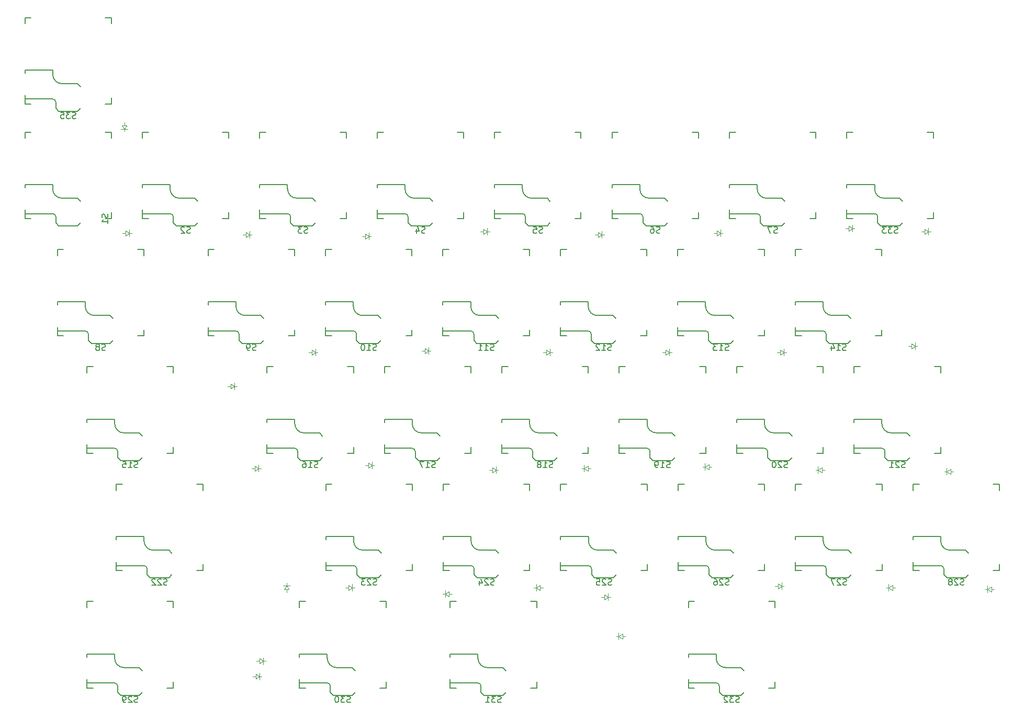
<source format=gbr>
%TF.GenerationSoftware,KiCad,Pcbnew,8.0.6*%
%TF.CreationDate,2024-11-01T15:41:52-06:00*%
%TF.ProjectId,simple_split,73696d70-6c65-45f7-9370-6c69742e6b69,v1.0.0*%
%TF.SameCoordinates,Original*%
%TF.FileFunction,Legend,Bot*%
%TF.FilePolarity,Positive*%
%FSLAX46Y46*%
G04 Gerber Fmt 4.6, Leading zero omitted, Abs format (unit mm)*
G04 Created by KiCad (PCBNEW 8.0.6) date 2024-11-01 15:41:52*
%MOMM*%
%LPD*%
G01*
G04 APERTURE LIST*
%ADD10C,0.150000*%
%ADD11C,0.100000*%
G04 APERTURE END LIST*
D10*
X254145594Y-118649200D02*
X254002737Y-118696819D01*
X254002737Y-118696819D02*
X253764642Y-118696819D01*
X253764642Y-118696819D02*
X253669404Y-118649200D01*
X253669404Y-118649200D02*
X253621785Y-118601580D01*
X253621785Y-118601580D02*
X253574166Y-118506342D01*
X253574166Y-118506342D02*
X253574166Y-118411104D01*
X253574166Y-118411104D02*
X253621785Y-118315866D01*
X253621785Y-118315866D02*
X253669404Y-118268247D01*
X253669404Y-118268247D02*
X253764642Y-118220628D01*
X253764642Y-118220628D02*
X253955118Y-118173009D01*
X253955118Y-118173009D02*
X254050356Y-118125390D01*
X254050356Y-118125390D02*
X254097975Y-118077771D01*
X254097975Y-118077771D02*
X254145594Y-117982533D01*
X254145594Y-117982533D02*
X254145594Y-117887295D01*
X254145594Y-117887295D02*
X254097975Y-117792057D01*
X254097975Y-117792057D02*
X254050356Y-117744438D01*
X254050356Y-117744438D02*
X253955118Y-117696819D01*
X253955118Y-117696819D02*
X253717023Y-117696819D01*
X253717023Y-117696819D02*
X253574166Y-117744438D01*
X253240832Y-117696819D02*
X252621785Y-117696819D01*
X252621785Y-117696819D02*
X252955118Y-118077771D01*
X252955118Y-118077771D02*
X252812261Y-118077771D01*
X252812261Y-118077771D02*
X252717023Y-118125390D01*
X252717023Y-118125390D02*
X252669404Y-118173009D01*
X252669404Y-118173009D02*
X252621785Y-118268247D01*
X252621785Y-118268247D02*
X252621785Y-118506342D01*
X252621785Y-118506342D02*
X252669404Y-118601580D01*
X252669404Y-118601580D02*
X252717023Y-118649200D01*
X252717023Y-118649200D02*
X252812261Y-118696819D01*
X252812261Y-118696819D02*
X253097975Y-118696819D01*
X253097975Y-118696819D02*
X253193213Y-118649200D01*
X253193213Y-118649200D02*
X253240832Y-118601580D01*
X252288451Y-117696819D02*
X251669404Y-117696819D01*
X251669404Y-117696819D02*
X252002737Y-118077771D01*
X252002737Y-118077771D02*
X251859880Y-118077771D01*
X251859880Y-118077771D02*
X251764642Y-118125390D01*
X251764642Y-118125390D02*
X251717023Y-118173009D01*
X251717023Y-118173009D02*
X251669404Y-118268247D01*
X251669404Y-118268247D02*
X251669404Y-118506342D01*
X251669404Y-118506342D02*
X251717023Y-118601580D01*
X251717023Y-118601580D02*
X251764642Y-118649200D01*
X251764642Y-118649200D02*
X251859880Y-118696819D01*
X251859880Y-118696819D02*
X252145594Y-118696819D01*
X252145594Y-118696819D02*
X252240832Y-118649200D01*
X252240832Y-118649200D02*
X252288451Y-118601580D01*
X189963594Y-194649200D02*
X189820737Y-194696819D01*
X189820737Y-194696819D02*
X189582642Y-194696819D01*
X189582642Y-194696819D02*
X189487404Y-194649200D01*
X189487404Y-194649200D02*
X189439785Y-194601580D01*
X189439785Y-194601580D02*
X189392166Y-194506342D01*
X189392166Y-194506342D02*
X189392166Y-194411104D01*
X189392166Y-194411104D02*
X189439785Y-194315866D01*
X189439785Y-194315866D02*
X189487404Y-194268247D01*
X189487404Y-194268247D02*
X189582642Y-194220628D01*
X189582642Y-194220628D02*
X189773118Y-194173009D01*
X189773118Y-194173009D02*
X189868356Y-194125390D01*
X189868356Y-194125390D02*
X189915975Y-194077771D01*
X189915975Y-194077771D02*
X189963594Y-193982533D01*
X189963594Y-193982533D02*
X189963594Y-193887295D01*
X189963594Y-193887295D02*
X189915975Y-193792057D01*
X189915975Y-193792057D02*
X189868356Y-193744438D01*
X189868356Y-193744438D02*
X189773118Y-193696819D01*
X189773118Y-193696819D02*
X189535023Y-193696819D01*
X189535023Y-193696819D02*
X189392166Y-193744438D01*
X189058832Y-193696819D02*
X188439785Y-193696819D01*
X188439785Y-193696819D02*
X188773118Y-194077771D01*
X188773118Y-194077771D02*
X188630261Y-194077771D01*
X188630261Y-194077771D02*
X188535023Y-194125390D01*
X188535023Y-194125390D02*
X188487404Y-194173009D01*
X188487404Y-194173009D02*
X188439785Y-194268247D01*
X188439785Y-194268247D02*
X188439785Y-194506342D01*
X188439785Y-194506342D02*
X188487404Y-194601580D01*
X188487404Y-194601580D02*
X188535023Y-194649200D01*
X188535023Y-194649200D02*
X188630261Y-194696819D01*
X188630261Y-194696819D02*
X188915975Y-194696819D01*
X188915975Y-194696819D02*
X189011213Y-194649200D01*
X189011213Y-194649200D02*
X189058832Y-194601580D01*
X187487404Y-194696819D02*
X188058832Y-194696819D01*
X187773118Y-194696819D02*
X187773118Y-193696819D01*
X187773118Y-193696819D02*
X187868356Y-193839676D01*
X187868356Y-193839676D02*
X187963594Y-193934914D01*
X187963594Y-193934914D02*
X188058832Y-193982533D01*
X125931904Y-137649200D02*
X125789047Y-137696819D01*
X125789047Y-137696819D02*
X125550952Y-137696819D01*
X125550952Y-137696819D02*
X125455714Y-137649200D01*
X125455714Y-137649200D02*
X125408095Y-137601580D01*
X125408095Y-137601580D02*
X125360476Y-137506342D01*
X125360476Y-137506342D02*
X125360476Y-137411104D01*
X125360476Y-137411104D02*
X125408095Y-137315866D01*
X125408095Y-137315866D02*
X125455714Y-137268247D01*
X125455714Y-137268247D02*
X125550952Y-137220628D01*
X125550952Y-137220628D02*
X125741428Y-137173009D01*
X125741428Y-137173009D02*
X125836666Y-137125390D01*
X125836666Y-137125390D02*
X125884285Y-137077771D01*
X125884285Y-137077771D02*
X125931904Y-136982533D01*
X125931904Y-136982533D02*
X125931904Y-136887295D01*
X125931904Y-136887295D02*
X125884285Y-136792057D01*
X125884285Y-136792057D02*
X125836666Y-136744438D01*
X125836666Y-136744438D02*
X125741428Y-136696819D01*
X125741428Y-136696819D02*
X125503333Y-136696819D01*
X125503333Y-136696819D02*
X125360476Y-136744438D01*
X124789047Y-137125390D02*
X124884285Y-137077771D01*
X124884285Y-137077771D02*
X124931904Y-137030152D01*
X124931904Y-137030152D02*
X124979523Y-136934914D01*
X124979523Y-136934914D02*
X124979523Y-136887295D01*
X124979523Y-136887295D02*
X124931904Y-136792057D01*
X124931904Y-136792057D02*
X124884285Y-136744438D01*
X124884285Y-136744438D02*
X124789047Y-136696819D01*
X124789047Y-136696819D02*
X124598571Y-136696819D01*
X124598571Y-136696819D02*
X124503333Y-136744438D01*
X124503333Y-136744438D02*
X124455714Y-136792057D01*
X124455714Y-136792057D02*
X124408095Y-136887295D01*
X124408095Y-136887295D02*
X124408095Y-136934914D01*
X124408095Y-136934914D02*
X124455714Y-137030152D01*
X124455714Y-137030152D02*
X124503333Y-137077771D01*
X124503333Y-137077771D02*
X124598571Y-137125390D01*
X124598571Y-137125390D02*
X124789047Y-137125390D01*
X124789047Y-137125390D02*
X124884285Y-137173009D01*
X124884285Y-137173009D02*
X124931904Y-137220628D01*
X124931904Y-137220628D02*
X124979523Y-137315866D01*
X124979523Y-137315866D02*
X124979523Y-137506342D01*
X124979523Y-137506342D02*
X124931904Y-137601580D01*
X124931904Y-137601580D02*
X124884285Y-137649200D01*
X124884285Y-137649200D02*
X124789047Y-137696819D01*
X124789047Y-137696819D02*
X124598571Y-137696819D01*
X124598571Y-137696819D02*
X124503333Y-137649200D01*
X124503333Y-137649200D02*
X124455714Y-137601580D01*
X124455714Y-137601580D02*
X124408095Y-137506342D01*
X124408095Y-137506342D02*
X124408095Y-137315866D01*
X124408095Y-137315866D02*
X124455714Y-137220628D01*
X124455714Y-137220628D02*
X124503333Y-137173009D01*
X124503333Y-137173009D02*
X124598571Y-137125390D01*
X236317094Y-156649200D02*
X236174237Y-156696819D01*
X236174237Y-156696819D02*
X235936142Y-156696819D01*
X235936142Y-156696819D02*
X235840904Y-156649200D01*
X235840904Y-156649200D02*
X235793285Y-156601580D01*
X235793285Y-156601580D02*
X235745666Y-156506342D01*
X235745666Y-156506342D02*
X235745666Y-156411104D01*
X235745666Y-156411104D02*
X235793285Y-156315866D01*
X235793285Y-156315866D02*
X235840904Y-156268247D01*
X235840904Y-156268247D02*
X235936142Y-156220628D01*
X235936142Y-156220628D02*
X236126618Y-156173009D01*
X236126618Y-156173009D02*
X236221856Y-156125390D01*
X236221856Y-156125390D02*
X236269475Y-156077771D01*
X236269475Y-156077771D02*
X236317094Y-155982533D01*
X236317094Y-155982533D02*
X236317094Y-155887295D01*
X236317094Y-155887295D02*
X236269475Y-155792057D01*
X236269475Y-155792057D02*
X236221856Y-155744438D01*
X236221856Y-155744438D02*
X236126618Y-155696819D01*
X236126618Y-155696819D02*
X235888523Y-155696819D01*
X235888523Y-155696819D02*
X235745666Y-155744438D01*
X235364713Y-155792057D02*
X235317094Y-155744438D01*
X235317094Y-155744438D02*
X235221856Y-155696819D01*
X235221856Y-155696819D02*
X234983761Y-155696819D01*
X234983761Y-155696819D02*
X234888523Y-155744438D01*
X234888523Y-155744438D02*
X234840904Y-155792057D01*
X234840904Y-155792057D02*
X234793285Y-155887295D01*
X234793285Y-155887295D02*
X234793285Y-155982533D01*
X234793285Y-155982533D02*
X234840904Y-156125390D01*
X234840904Y-156125390D02*
X235412332Y-156696819D01*
X235412332Y-156696819D02*
X234793285Y-156696819D01*
X234174237Y-155696819D02*
X234078999Y-155696819D01*
X234078999Y-155696819D02*
X233983761Y-155744438D01*
X233983761Y-155744438D02*
X233936142Y-155792057D01*
X233936142Y-155792057D02*
X233888523Y-155887295D01*
X233888523Y-155887295D02*
X233840904Y-156077771D01*
X233840904Y-156077771D02*
X233840904Y-156315866D01*
X233840904Y-156315866D02*
X233888523Y-156506342D01*
X233888523Y-156506342D02*
X233936142Y-156601580D01*
X233936142Y-156601580D02*
X233983761Y-156649200D01*
X233983761Y-156649200D02*
X234078999Y-156696819D01*
X234078999Y-156696819D02*
X234174237Y-156696819D01*
X234174237Y-156696819D02*
X234269475Y-156649200D01*
X234269475Y-156649200D02*
X234317094Y-156601580D01*
X234317094Y-156601580D02*
X234364713Y-156506342D01*
X234364713Y-156506342D02*
X234412332Y-156315866D01*
X234412332Y-156315866D02*
X234412332Y-156077771D01*
X234412332Y-156077771D02*
X234364713Y-155887295D01*
X234364713Y-155887295D02*
X234317094Y-155792057D01*
X234317094Y-155792057D02*
X234269475Y-155744438D01*
X234269475Y-155744438D02*
X234174237Y-155696819D01*
X188792094Y-137649200D02*
X188649237Y-137696819D01*
X188649237Y-137696819D02*
X188411142Y-137696819D01*
X188411142Y-137696819D02*
X188315904Y-137649200D01*
X188315904Y-137649200D02*
X188268285Y-137601580D01*
X188268285Y-137601580D02*
X188220666Y-137506342D01*
X188220666Y-137506342D02*
X188220666Y-137411104D01*
X188220666Y-137411104D02*
X188268285Y-137315866D01*
X188268285Y-137315866D02*
X188315904Y-137268247D01*
X188315904Y-137268247D02*
X188411142Y-137220628D01*
X188411142Y-137220628D02*
X188601618Y-137173009D01*
X188601618Y-137173009D02*
X188696856Y-137125390D01*
X188696856Y-137125390D02*
X188744475Y-137077771D01*
X188744475Y-137077771D02*
X188792094Y-136982533D01*
X188792094Y-136982533D02*
X188792094Y-136887295D01*
X188792094Y-136887295D02*
X188744475Y-136792057D01*
X188744475Y-136792057D02*
X188696856Y-136744438D01*
X188696856Y-136744438D02*
X188601618Y-136696819D01*
X188601618Y-136696819D02*
X188363523Y-136696819D01*
X188363523Y-136696819D02*
X188220666Y-136744438D01*
X187268285Y-137696819D02*
X187839713Y-137696819D01*
X187553999Y-137696819D02*
X187553999Y-136696819D01*
X187553999Y-136696819D02*
X187649237Y-136839676D01*
X187649237Y-136839676D02*
X187744475Y-136934914D01*
X187744475Y-136934914D02*
X187839713Y-136982533D01*
X186315904Y-137696819D02*
X186887332Y-137696819D01*
X186601618Y-137696819D02*
X186601618Y-136696819D01*
X186601618Y-136696819D02*
X186696856Y-136839676D01*
X186696856Y-136839676D02*
X186792094Y-136934914D01*
X186792094Y-136934914D02*
X186887332Y-136982533D01*
X215669404Y-118649200D02*
X215526547Y-118696819D01*
X215526547Y-118696819D02*
X215288452Y-118696819D01*
X215288452Y-118696819D02*
X215193214Y-118649200D01*
X215193214Y-118649200D02*
X215145595Y-118601580D01*
X215145595Y-118601580D02*
X215097976Y-118506342D01*
X215097976Y-118506342D02*
X215097976Y-118411104D01*
X215097976Y-118411104D02*
X215145595Y-118315866D01*
X215145595Y-118315866D02*
X215193214Y-118268247D01*
X215193214Y-118268247D02*
X215288452Y-118220628D01*
X215288452Y-118220628D02*
X215478928Y-118173009D01*
X215478928Y-118173009D02*
X215574166Y-118125390D01*
X215574166Y-118125390D02*
X215621785Y-118077771D01*
X215621785Y-118077771D02*
X215669404Y-117982533D01*
X215669404Y-117982533D02*
X215669404Y-117887295D01*
X215669404Y-117887295D02*
X215621785Y-117792057D01*
X215621785Y-117792057D02*
X215574166Y-117744438D01*
X215574166Y-117744438D02*
X215478928Y-117696819D01*
X215478928Y-117696819D02*
X215240833Y-117696819D01*
X215240833Y-117696819D02*
X215097976Y-117744438D01*
X214240833Y-117696819D02*
X214431309Y-117696819D01*
X214431309Y-117696819D02*
X214526547Y-117744438D01*
X214526547Y-117744438D02*
X214574166Y-117792057D01*
X214574166Y-117792057D02*
X214669404Y-117934914D01*
X214669404Y-117934914D02*
X214717023Y-118125390D01*
X214717023Y-118125390D02*
X214717023Y-118506342D01*
X214717023Y-118506342D02*
X214669404Y-118601580D01*
X214669404Y-118601580D02*
X214621785Y-118649200D01*
X214621785Y-118649200D02*
X214526547Y-118696819D01*
X214526547Y-118696819D02*
X214336071Y-118696819D01*
X214336071Y-118696819D02*
X214240833Y-118649200D01*
X214240833Y-118649200D02*
X214193214Y-118601580D01*
X214193214Y-118601580D02*
X214145595Y-118506342D01*
X214145595Y-118506342D02*
X214145595Y-118268247D01*
X214145595Y-118268247D02*
X214193214Y-118173009D01*
X214193214Y-118173009D02*
X214240833Y-118125390D01*
X214240833Y-118125390D02*
X214336071Y-118077771D01*
X214336071Y-118077771D02*
X214526547Y-118077771D01*
X214526547Y-118077771D02*
X214621785Y-118125390D01*
X214621785Y-118125390D02*
X214669404Y-118173009D01*
X214669404Y-118173009D02*
X214717023Y-118268247D01*
X121145594Y-100097200D02*
X121002737Y-100144819D01*
X121002737Y-100144819D02*
X120764642Y-100144819D01*
X120764642Y-100144819D02*
X120669404Y-100097200D01*
X120669404Y-100097200D02*
X120621785Y-100049580D01*
X120621785Y-100049580D02*
X120574166Y-99954342D01*
X120574166Y-99954342D02*
X120574166Y-99859104D01*
X120574166Y-99859104D02*
X120621785Y-99763866D01*
X120621785Y-99763866D02*
X120669404Y-99716247D01*
X120669404Y-99716247D02*
X120764642Y-99668628D01*
X120764642Y-99668628D02*
X120955118Y-99621009D01*
X120955118Y-99621009D02*
X121050356Y-99573390D01*
X121050356Y-99573390D02*
X121097975Y-99525771D01*
X121097975Y-99525771D02*
X121145594Y-99430533D01*
X121145594Y-99430533D02*
X121145594Y-99335295D01*
X121145594Y-99335295D02*
X121097975Y-99240057D01*
X121097975Y-99240057D02*
X121050356Y-99192438D01*
X121050356Y-99192438D02*
X120955118Y-99144819D01*
X120955118Y-99144819D02*
X120717023Y-99144819D01*
X120717023Y-99144819D02*
X120574166Y-99192438D01*
X120240832Y-99144819D02*
X119621785Y-99144819D01*
X119621785Y-99144819D02*
X119955118Y-99525771D01*
X119955118Y-99525771D02*
X119812261Y-99525771D01*
X119812261Y-99525771D02*
X119717023Y-99573390D01*
X119717023Y-99573390D02*
X119669404Y-99621009D01*
X119669404Y-99621009D02*
X119621785Y-99716247D01*
X119621785Y-99716247D02*
X119621785Y-99954342D01*
X119621785Y-99954342D02*
X119669404Y-100049580D01*
X119669404Y-100049580D02*
X119717023Y-100097200D01*
X119717023Y-100097200D02*
X119812261Y-100144819D01*
X119812261Y-100144819D02*
X120097975Y-100144819D01*
X120097975Y-100144819D02*
X120193213Y-100097200D01*
X120193213Y-100097200D02*
X120240832Y-100049580D01*
X118717023Y-99144819D02*
X119193213Y-99144819D01*
X119193213Y-99144819D02*
X119240832Y-99621009D01*
X119240832Y-99621009D02*
X119193213Y-99573390D01*
X119193213Y-99573390D02*
X119097975Y-99525771D01*
X119097975Y-99525771D02*
X118859880Y-99525771D01*
X118859880Y-99525771D02*
X118764642Y-99573390D01*
X118764642Y-99573390D02*
X118717023Y-99621009D01*
X118717023Y-99621009D02*
X118669404Y-99716247D01*
X118669404Y-99716247D02*
X118669404Y-99954342D01*
X118669404Y-99954342D02*
X118717023Y-100049580D01*
X118717023Y-100049580D02*
X118764642Y-100097200D01*
X118764642Y-100097200D02*
X118859880Y-100144819D01*
X118859880Y-100144819D02*
X119097975Y-100144819D01*
X119097975Y-100144819D02*
X119193213Y-100097200D01*
X119193213Y-100097200D02*
X119240832Y-100049580D01*
X177669404Y-118649200D02*
X177526547Y-118696819D01*
X177526547Y-118696819D02*
X177288452Y-118696819D01*
X177288452Y-118696819D02*
X177193214Y-118649200D01*
X177193214Y-118649200D02*
X177145595Y-118601580D01*
X177145595Y-118601580D02*
X177097976Y-118506342D01*
X177097976Y-118506342D02*
X177097976Y-118411104D01*
X177097976Y-118411104D02*
X177145595Y-118315866D01*
X177145595Y-118315866D02*
X177193214Y-118268247D01*
X177193214Y-118268247D02*
X177288452Y-118220628D01*
X177288452Y-118220628D02*
X177478928Y-118173009D01*
X177478928Y-118173009D02*
X177574166Y-118125390D01*
X177574166Y-118125390D02*
X177621785Y-118077771D01*
X177621785Y-118077771D02*
X177669404Y-117982533D01*
X177669404Y-117982533D02*
X177669404Y-117887295D01*
X177669404Y-117887295D02*
X177621785Y-117792057D01*
X177621785Y-117792057D02*
X177574166Y-117744438D01*
X177574166Y-117744438D02*
X177478928Y-117696819D01*
X177478928Y-117696819D02*
X177240833Y-117696819D01*
X177240833Y-117696819D02*
X177097976Y-117744438D01*
X176240833Y-118030152D02*
X176240833Y-118696819D01*
X176478928Y-117649200D02*
X176717023Y-118363485D01*
X176717023Y-118363485D02*
X176097976Y-118363485D01*
X158669404Y-118649200D02*
X158526547Y-118696819D01*
X158526547Y-118696819D02*
X158288452Y-118696819D01*
X158288452Y-118696819D02*
X158193214Y-118649200D01*
X158193214Y-118649200D02*
X158145595Y-118601580D01*
X158145595Y-118601580D02*
X158097976Y-118506342D01*
X158097976Y-118506342D02*
X158097976Y-118411104D01*
X158097976Y-118411104D02*
X158145595Y-118315866D01*
X158145595Y-118315866D02*
X158193214Y-118268247D01*
X158193214Y-118268247D02*
X158288452Y-118220628D01*
X158288452Y-118220628D02*
X158478928Y-118173009D01*
X158478928Y-118173009D02*
X158574166Y-118125390D01*
X158574166Y-118125390D02*
X158621785Y-118077771D01*
X158621785Y-118077771D02*
X158669404Y-117982533D01*
X158669404Y-117982533D02*
X158669404Y-117887295D01*
X158669404Y-117887295D02*
X158621785Y-117792057D01*
X158621785Y-117792057D02*
X158574166Y-117744438D01*
X158574166Y-117744438D02*
X158478928Y-117696819D01*
X158478928Y-117696819D02*
X158240833Y-117696819D01*
X158240833Y-117696819D02*
X158097976Y-117744438D01*
X157764642Y-117696819D02*
X157145595Y-117696819D01*
X157145595Y-117696819D02*
X157478928Y-118077771D01*
X157478928Y-118077771D02*
X157336071Y-118077771D01*
X157336071Y-118077771D02*
X157240833Y-118125390D01*
X157240833Y-118125390D02*
X157193214Y-118173009D01*
X157193214Y-118173009D02*
X157145595Y-118268247D01*
X157145595Y-118268247D02*
X157145595Y-118506342D01*
X157145595Y-118506342D02*
X157193214Y-118601580D01*
X157193214Y-118601580D02*
X157240833Y-118649200D01*
X157240833Y-118649200D02*
X157336071Y-118696819D01*
X157336071Y-118696819D02*
X157621785Y-118696819D01*
X157621785Y-118696819D02*
X157717023Y-118649200D01*
X157717023Y-118649200D02*
X157764642Y-118601580D01*
X196669404Y-118649200D02*
X196526547Y-118696819D01*
X196526547Y-118696819D02*
X196288452Y-118696819D01*
X196288452Y-118696819D02*
X196193214Y-118649200D01*
X196193214Y-118649200D02*
X196145595Y-118601580D01*
X196145595Y-118601580D02*
X196097976Y-118506342D01*
X196097976Y-118506342D02*
X196097976Y-118411104D01*
X196097976Y-118411104D02*
X196145595Y-118315866D01*
X196145595Y-118315866D02*
X196193214Y-118268247D01*
X196193214Y-118268247D02*
X196288452Y-118220628D01*
X196288452Y-118220628D02*
X196478928Y-118173009D01*
X196478928Y-118173009D02*
X196574166Y-118125390D01*
X196574166Y-118125390D02*
X196621785Y-118077771D01*
X196621785Y-118077771D02*
X196669404Y-117982533D01*
X196669404Y-117982533D02*
X196669404Y-117887295D01*
X196669404Y-117887295D02*
X196621785Y-117792057D01*
X196621785Y-117792057D02*
X196574166Y-117744438D01*
X196574166Y-117744438D02*
X196478928Y-117696819D01*
X196478928Y-117696819D02*
X196240833Y-117696819D01*
X196240833Y-117696819D02*
X196097976Y-117744438D01*
X195193214Y-117696819D02*
X195669404Y-117696819D01*
X195669404Y-117696819D02*
X195717023Y-118173009D01*
X195717023Y-118173009D02*
X195669404Y-118125390D01*
X195669404Y-118125390D02*
X195574166Y-118077771D01*
X195574166Y-118077771D02*
X195336071Y-118077771D01*
X195336071Y-118077771D02*
X195240833Y-118125390D01*
X195240833Y-118125390D02*
X195193214Y-118173009D01*
X195193214Y-118173009D02*
X195145595Y-118268247D01*
X195145595Y-118268247D02*
X195145595Y-118506342D01*
X195145595Y-118506342D02*
X195193214Y-118601580D01*
X195193214Y-118601580D02*
X195240833Y-118649200D01*
X195240833Y-118649200D02*
X195336071Y-118696819D01*
X195336071Y-118696819D02*
X195574166Y-118696819D01*
X195574166Y-118696819D02*
X195669404Y-118649200D01*
X195669404Y-118649200D02*
X195717023Y-118601580D01*
X207842094Y-175649200D02*
X207699237Y-175696819D01*
X207699237Y-175696819D02*
X207461142Y-175696819D01*
X207461142Y-175696819D02*
X207365904Y-175649200D01*
X207365904Y-175649200D02*
X207318285Y-175601580D01*
X207318285Y-175601580D02*
X207270666Y-175506342D01*
X207270666Y-175506342D02*
X207270666Y-175411104D01*
X207270666Y-175411104D02*
X207318285Y-175315866D01*
X207318285Y-175315866D02*
X207365904Y-175268247D01*
X207365904Y-175268247D02*
X207461142Y-175220628D01*
X207461142Y-175220628D02*
X207651618Y-175173009D01*
X207651618Y-175173009D02*
X207746856Y-175125390D01*
X207746856Y-175125390D02*
X207794475Y-175077771D01*
X207794475Y-175077771D02*
X207842094Y-174982533D01*
X207842094Y-174982533D02*
X207842094Y-174887295D01*
X207842094Y-174887295D02*
X207794475Y-174792057D01*
X207794475Y-174792057D02*
X207746856Y-174744438D01*
X207746856Y-174744438D02*
X207651618Y-174696819D01*
X207651618Y-174696819D02*
X207413523Y-174696819D01*
X207413523Y-174696819D02*
X207270666Y-174744438D01*
X206889713Y-174792057D02*
X206842094Y-174744438D01*
X206842094Y-174744438D02*
X206746856Y-174696819D01*
X206746856Y-174696819D02*
X206508761Y-174696819D01*
X206508761Y-174696819D02*
X206413523Y-174744438D01*
X206413523Y-174744438D02*
X206365904Y-174792057D01*
X206365904Y-174792057D02*
X206318285Y-174887295D01*
X206318285Y-174887295D02*
X206318285Y-174982533D01*
X206318285Y-174982533D02*
X206365904Y-175125390D01*
X206365904Y-175125390D02*
X206937332Y-175696819D01*
X206937332Y-175696819D02*
X206318285Y-175696819D01*
X205413523Y-174696819D02*
X205889713Y-174696819D01*
X205889713Y-174696819D02*
X205937332Y-175173009D01*
X205937332Y-175173009D02*
X205889713Y-175125390D01*
X205889713Y-175125390D02*
X205794475Y-175077771D01*
X205794475Y-175077771D02*
X205556380Y-175077771D01*
X205556380Y-175077771D02*
X205461142Y-175125390D01*
X205461142Y-175125390D02*
X205413523Y-175173009D01*
X205413523Y-175173009D02*
X205365904Y-175268247D01*
X205365904Y-175268247D02*
X205365904Y-175506342D01*
X205365904Y-175506342D02*
X205413523Y-175601580D01*
X205413523Y-175601580D02*
X205461142Y-175649200D01*
X205461142Y-175649200D02*
X205556380Y-175696819D01*
X205556380Y-175696819D02*
X205794475Y-175696819D01*
X205794475Y-175696819D02*
X205889713Y-175649200D01*
X205889713Y-175649200D02*
X205937332Y-175601580D01*
X234669404Y-118649200D02*
X234526547Y-118696819D01*
X234526547Y-118696819D02*
X234288452Y-118696819D01*
X234288452Y-118696819D02*
X234193214Y-118649200D01*
X234193214Y-118649200D02*
X234145595Y-118601580D01*
X234145595Y-118601580D02*
X234097976Y-118506342D01*
X234097976Y-118506342D02*
X234097976Y-118411104D01*
X234097976Y-118411104D02*
X234145595Y-118315866D01*
X234145595Y-118315866D02*
X234193214Y-118268247D01*
X234193214Y-118268247D02*
X234288452Y-118220628D01*
X234288452Y-118220628D02*
X234478928Y-118173009D01*
X234478928Y-118173009D02*
X234574166Y-118125390D01*
X234574166Y-118125390D02*
X234621785Y-118077771D01*
X234621785Y-118077771D02*
X234669404Y-117982533D01*
X234669404Y-117982533D02*
X234669404Y-117887295D01*
X234669404Y-117887295D02*
X234621785Y-117792057D01*
X234621785Y-117792057D02*
X234574166Y-117744438D01*
X234574166Y-117744438D02*
X234478928Y-117696819D01*
X234478928Y-117696819D02*
X234240833Y-117696819D01*
X234240833Y-117696819D02*
X234097976Y-117744438D01*
X233764642Y-117696819D02*
X233097976Y-117696819D01*
X233097976Y-117696819D02*
X233526547Y-118696819D01*
X126314700Y-115590095D02*
X126362319Y-115732952D01*
X126362319Y-115732952D02*
X126362319Y-115971047D01*
X126362319Y-115971047D02*
X126314700Y-116066285D01*
X126314700Y-116066285D02*
X126267080Y-116113904D01*
X126267080Y-116113904D02*
X126171842Y-116161523D01*
X126171842Y-116161523D02*
X126076604Y-116161523D01*
X126076604Y-116161523D02*
X125981366Y-116113904D01*
X125981366Y-116113904D02*
X125933747Y-116066285D01*
X125933747Y-116066285D02*
X125886128Y-115971047D01*
X125886128Y-115971047D02*
X125838509Y-115780571D01*
X125838509Y-115780571D02*
X125790890Y-115685333D01*
X125790890Y-115685333D02*
X125743271Y-115637714D01*
X125743271Y-115637714D02*
X125648033Y-115590095D01*
X125648033Y-115590095D02*
X125552795Y-115590095D01*
X125552795Y-115590095D02*
X125457557Y-115637714D01*
X125457557Y-115637714D02*
X125409938Y-115685333D01*
X125409938Y-115685333D02*
X125362319Y-115780571D01*
X125362319Y-115780571D02*
X125362319Y-116018666D01*
X125362319Y-116018666D02*
X125409938Y-116161523D01*
X126362319Y-117113904D02*
X126362319Y-116542476D01*
X126362319Y-116828190D02*
X125362319Y-116828190D01*
X125362319Y-116828190D02*
X125505176Y-116732952D01*
X125505176Y-116732952D02*
X125600414Y-116637714D01*
X125600414Y-116637714D02*
X125648033Y-116542476D01*
X207792094Y-137649200D02*
X207649237Y-137696819D01*
X207649237Y-137696819D02*
X207411142Y-137696819D01*
X207411142Y-137696819D02*
X207315904Y-137649200D01*
X207315904Y-137649200D02*
X207268285Y-137601580D01*
X207268285Y-137601580D02*
X207220666Y-137506342D01*
X207220666Y-137506342D02*
X207220666Y-137411104D01*
X207220666Y-137411104D02*
X207268285Y-137315866D01*
X207268285Y-137315866D02*
X207315904Y-137268247D01*
X207315904Y-137268247D02*
X207411142Y-137220628D01*
X207411142Y-137220628D02*
X207601618Y-137173009D01*
X207601618Y-137173009D02*
X207696856Y-137125390D01*
X207696856Y-137125390D02*
X207744475Y-137077771D01*
X207744475Y-137077771D02*
X207792094Y-136982533D01*
X207792094Y-136982533D02*
X207792094Y-136887295D01*
X207792094Y-136887295D02*
X207744475Y-136792057D01*
X207744475Y-136792057D02*
X207696856Y-136744438D01*
X207696856Y-136744438D02*
X207601618Y-136696819D01*
X207601618Y-136696819D02*
X207363523Y-136696819D01*
X207363523Y-136696819D02*
X207220666Y-136744438D01*
X206268285Y-137696819D02*
X206839713Y-137696819D01*
X206553999Y-137696819D02*
X206553999Y-136696819D01*
X206553999Y-136696819D02*
X206649237Y-136839676D01*
X206649237Y-136839676D02*
X206744475Y-136934914D01*
X206744475Y-136934914D02*
X206839713Y-136982533D01*
X205887332Y-136792057D02*
X205839713Y-136744438D01*
X205839713Y-136744438D02*
X205744475Y-136696819D01*
X205744475Y-136696819D02*
X205506380Y-136696819D01*
X205506380Y-136696819D02*
X205411142Y-136744438D01*
X205411142Y-136744438D02*
X205363523Y-136792057D01*
X205363523Y-136792057D02*
X205315904Y-136887295D01*
X205315904Y-136887295D02*
X205315904Y-136982533D01*
X205315904Y-136982533D02*
X205363523Y-137125390D01*
X205363523Y-137125390D02*
X205934951Y-137696819D01*
X205934951Y-137696819D02*
X205315904Y-137696819D01*
X188842094Y-175649200D02*
X188699237Y-175696819D01*
X188699237Y-175696819D02*
X188461142Y-175696819D01*
X188461142Y-175696819D02*
X188365904Y-175649200D01*
X188365904Y-175649200D02*
X188318285Y-175601580D01*
X188318285Y-175601580D02*
X188270666Y-175506342D01*
X188270666Y-175506342D02*
X188270666Y-175411104D01*
X188270666Y-175411104D02*
X188318285Y-175315866D01*
X188318285Y-175315866D02*
X188365904Y-175268247D01*
X188365904Y-175268247D02*
X188461142Y-175220628D01*
X188461142Y-175220628D02*
X188651618Y-175173009D01*
X188651618Y-175173009D02*
X188746856Y-175125390D01*
X188746856Y-175125390D02*
X188794475Y-175077771D01*
X188794475Y-175077771D02*
X188842094Y-174982533D01*
X188842094Y-174982533D02*
X188842094Y-174887295D01*
X188842094Y-174887295D02*
X188794475Y-174792057D01*
X188794475Y-174792057D02*
X188746856Y-174744438D01*
X188746856Y-174744438D02*
X188651618Y-174696819D01*
X188651618Y-174696819D02*
X188413523Y-174696819D01*
X188413523Y-174696819D02*
X188270666Y-174744438D01*
X187889713Y-174792057D02*
X187842094Y-174744438D01*
X187842094Y-174744438D02*
X187746856Y-174696819D01*
X187746856Y-174696819D02*
X187508761Y-174696819D01*
X187508761Y-174696819D02*
X187413523Y-174744438D01*
X187413523Y-174744438D02*
X187365904Y-174792057D01*
X187365904Y-174792057D02*
X187318285Y-174887295D01*
X187318285Y-174887295D02*
X187318285Y-174982533D01*
X187318285Y-174982533D02*
X187365904Y-175125390D01*
X187365904Y-175125390D02*
X187937332Y-175696819D01*
X187937332Y-175696819D02*
X187318285Y-175696819D01*
X186461142Y-175030152D02*
X186461142Y-175696819D01*
X186699237Y-174649200D02*
X186937332Y-175363485D01*
X186937332Y-175363485D02*
X186318285Y-175363485D01*
X139669404Y-118649200D02*
X139526547Y-118696819D01*
X139526547Y-118696819D02*
X139288452Y-118696819D01*
X139288452Y-118696819D02*
X139193214Y-118649200D01*
X139193214Y-118649200D02*
X139145595Y-118601580D01*
X139145595Y-118601580D02*
X139097976Y-118506342D01*
X139097976Y-118506342D02*
X139097976Y-118411104D01*
X139097976Y-118411104D02*
X139145595Y-118315866D01*
X139145595Y-118315866D02*
X139193214Y-118268247D01*
X139193214Y-118268247D02*
X139288452Y-118220628D01*
X139288452Y-118220628D02*
X139478928Y-118173009D01*
X139478928Y-118173009D02*
X139574166Y-118125390D01*
X139574166Y-118125390D02*
X139621785Y-118077771D01*
X139621785Y-118077771D02*
X139669404Y-117982533D01*
X139669404Y-117982533D02*
X139669404Y-117887295D01*
X139669404Y-117887295D02*
X139621785Y-117792057D01*
X139621785Y-117792057D02*
X139574166Y-117744438D01*
X139574166Y-117744438D02*
X139478928Y-117696819D01*
X139478928Y-117696819D02*
X139240833Y-117696819D01*
X139240833Y-117696819D02*
X139097976Y-117744438D01*
X138717023Y-117792057D02*
X138669404Y-117744438D01*
X138669404Y-117744438D02*
X138574166Y-117696819D01*
X138574166Y-117696819D02*
X138336071Y-117696819D01*
X138336071Y-117696819D02*
X138240833Y-117744438D01*
X138240833Y-117744438D02*
X138193214Y-117792057D01*
X138193214Y-117792057D02*
X138145595Y-117887295D01*
X138145595Y-117887295D02*
X138145595Y-117982533D01*
X138145595Y-117982533D02*
X138193214Y-118125390D01*
X138193214Y-118125390D02*
X138764642Y-118696819D01*
X138764642Y-118696819D02*
X138145595Y-118696819D01*
X160317094Y-156649200D02*
X160174237Y-156696819D01*
X160174237Y-156696819D02*
X159936142Y-156696819D01*
X159936142Y-156696819D02*
X159840904Y-156649200D01*
X159840904Y-156649200D02*
X159793285Y-156601580D01*
X159793285Y-156601580D02*
X159745666Y-156506342D01*
X159745666Y-156506342D02*
X159745666Y-156411104D01*
X159745666Y-156411104D02*
X159793285Y-156315866D01*
X159793285Y-156315866D02*
X159840904Y-156268247D01*
X159840904Y-156268247D02*
X159936142Y-156220628D01*
X159936142Y-156220628D02*
X160126618Y-156173009D01*
X160126618Y-156173009D02*
X160221856Y-156125390D01*
X160221856Y-156125390D02*
X160269475Y-156077771D01*
X160269475Y-156077771D02*
X160317094Y-155982533D01*
X160317094Y-155982533D02*
X160317094Y-155887295D01*
X160317094Y-155887295D02*
X160269475Y-155792057D01*
X160269475Y-155792057D02*
X160221856Y-155744438D01*
X160221856Y-155744438D02*
X160126618Y-155696819D01*
X160126618Y-155696819D02*
X159888523Y-155696819D01*
X159888523Y-155696819D02*
X159745666Y-155744438D01*
X158793285Y-156696819D02*
X159364713Y-156696819D01*
X159078999Y-156696819D02*
X159078999Y-155696819D01*
X159078999Y-155696819D02*
X159174237Y-155839676D01*
X159174237Y-155839676D02*
X159269475Y-155934914D01*
X159269475Y-155934914D02*
X159364713Y-155982533D01*
X157936142Y-155696819D02*
X158126618Y-155696819D01*
X158126618Y-155696819D02*
X158221856Y-155744438D01*
X158221856Y-155744438D02*
X158269475Y-155792057D01*
X158269475Y-155792057D02*
X158364713Y-155934914D01*
X158364713Y-155934914D02*
X158412332Y-156125390D01*
X158412332Y-156125390D02*
X158412332Y-156506342D01*
X158412332Y-156506342D02*
X158364713Y-156601580D01*
X158364713Y-156601580D02*
X158317094Y-156649200D01*
X158317094Y-156649200D02*
X158221856Y-156696819D01*
X158221856Y-156696819D02*
X158031380Y-156696819D01*
X158031380Y-156696819D02*
X157936142Y-156649200D01*
X157936142Y-156649200D02*
X157888523Y-156601580D01*
X157888523Y-156601580D02*
X157840904Y-156506342D01*
X157840904Y-156506342D02*
X157840904Y-156268247D01*
X157840904Y-156268247D02*
X157888523Y-156173009D01*
X157888523Y-156173009D02*
X157936142Y-156125390D01*
X157936142Y-156125390D02*
X158031380Y-156077771D01*
X158031380Y-156077771D02*
X158221856Y-156077771D01*
X158221856Y-156077771D02*
X158317094Y-156125390D01*
X158317094Y-156125390D02*
X158364713Y-156173009D01*
X158364713Y-156173009D02*
X158412332Y-156268247D01*
X255317094Y-156649200D02*
X255174237Y-156696819D01*
X255174237Y-156696819D02*
X254936142Y-156696819D01*
X254936142Y-156696819D02*
X254840904Y-156649200D01*
X254840904Y-156649200D02*
X254793285Y-156601580D01*
X254793285Y-156601580D02*
X254745666Y-156506342D01*
X254745666Y-156506342D02*
X254745666Y-156411104D01*
X254745666Y-156411104D02*
X254793285Y-156315866D01*
X254793285Y-156315866D02*
X254840904Y-156268247D01*
X254840904Y-156268247D02*
X254936142Y-156220628D01*
X254936142Y-156220628D02*
X255126618Y-156173009D01*
X255126618Y-156173009D02*
X255221856Y-156125390D01*
X255221856Y-156125390D02*
X255269475Y-156077771D01*
X255269475Y-156077771D02*
X255317094Y-155982533D01*
X255317094Y-155982533D02*
X255317094Y-155887295D01*
X255317094Y-155887295D02*
X255269475Y-155792057D01*
X255269475Y-155792057D02*
X255221856Y-155744438D01*
X255221856Y-155744438D02*
X255126618Y-155696819D01*
X255126618Y-155696819D02*
X254888523Y-155696819D01*
X254888523Y-155696819D02*
X254745666Y-155744438D01*
X254364713Y-155792057D02*
X254317094Y-155744438D01*
X254317094Y-155744438D02*
X254221856Y-155696819D01*
X254221856Y-155696819D02*
X253983761Y-155696819D01*
X253983761Y-155696819D02*
X253888523Y-155744438D01*
X253888523Y-155744438D02*
X253840904Y-155792057D01*
X253840904Y-155792057D02*
X253793285Y-155887295D01*
X253793285Y-155887295D02*
X253793285Y-155982533D01*
X253793285Y-155982533D02*
X253840904Y-156125390D01*
X253840904Y-156125390D02*
X254412332Y-156696819D01*
X254412332Y-156696819D02*
X253793285Y-156696819D01*
X252840904Y-156696819D02*
X253412332Y-156696819D01*
X253126618Y-156696819D02*
X253126618Y-155696819D01*
X253126618Y-155696819D02*
X253221856Y-155839676D01*
X253221856Y-155839676D02*
X253317094Y-155934914D01*
X253317094Y-155934914D02*
X253412332Y-155982533D01*
X226842094Y-175649200D02*
X226699237Y-175696819D01*
X226699237Y-175696819D02*
X226461142Y-175696819D01*
X226461142Y-175696819D02*
X226365904Y-175649200D01*
X226365904Y-175649200D02*
X226318285Y-175601580D01*
X226318285Y-175601580D02*
X226270666Y-175506342D01*
X226270666Y-175506342D02*
X226270666Y-175411104D01*
X226270666Y-175411104D02*
X226318285Y-175315866D01*
X226318285Y-175315866D02*
X226365904Y-175268247D01*
X226365904Y-175268247D02*
X226461142Y-175220628D01*
X226461142Y-175220628D02*
X226651618Y-175173009D01*
X226651618Y-175173009D02*
X226746856Y-175125390D01*
X226746856Y-175125390D02*
X226794475Y-175077771D01*
X226794475Y-175077771D02*
X226842094Y-174982533D01*
X226842094Y-174982533D02*
X226842094Y-174887295D01*
X226842094Y-174887295D02*
X226794475Y-174792057D01*
X226794475Y-174792057D02*
X226746856Y-174744438D01*
X226746856Y-174744438D02*
X226651618Y-174696819D01*
X226651618Y-174696819D02*
X226413523Y-174696819D01*
X226413523Y-174696819D02*
X226270666Y-174744438D01*
X225889713Y-174792057D02*
X225842094Y-174744438D01*
X225842094Y-174744438D02*
X225746856Y-174696819D01*
X225746856Y-174696819D02*
X225508761Y-174696819D01*
X225508761Y-174696819D02*
X225413523Y-174744438D01*
X225413523Y-174744438D02*
X225365904Y-174792057D01*
X225365904Y-174792057D02*
X225318285Y-174887295D01*
X225318285Y-174887295D02*
X225318285Y-174982533D01*
X225318285Y-174982533D02*
X225365904Y-175125390D01*
X225365904Y-175125390D02*
X225937332Y-175696819D01*
X225937332Y-175696819D02*
X225318285Y-175696819D01*
X224461142Y-174696819D02*
X224651618Y-174696819D01*
X224651618Y-174696819D02*
X224746856Y-174744438D01*
X224746856Y-174744438D02*
X224794475Y-174792057D01*
X224794475Y-174792057D02*
X224889713Y-174934914D01*
X224889713Y-174934914D02*
X224937332Y-175125390D01*
X224937332Y-175125390D02*
X224937332Y-175506342D01*
X224937332Y-175506342D02*
X224889713Y-175601580D01*
X224889713Y-175601580D02*
X224842094Y-175649200D01*
X224842094Y-175649200D02*
X224746856Y-175696819D01*
X224746856Y-175696819D02*
X224556380Y-175696819D01*
X224556380Y-175696819D02*
X224461142Y-175649200D01*
X224461142Y-175649200D02*
X224413523Y-175601580D01*
X224413523Y-175601580D02*
X224365904Y-175506342D01*
X224365904Y-175506342D02*
X224365904Y-175268247D01*
X224365904Y-175268247D02*
X224413523Y-175173009D01*
X224413523Y-175173009D02*
X224461142Y-175125390D01*
X224461142Y-175125390D02*
X224556380Y-175077771D01*
X224556380Y-175077771D02*
X224746856Y-175077771D01*
X224746856Y-175077771D02*
X224842094Y-175125390D01*
X224842094Y-175125390D02*
X224889713Y-175173009D01*
X224889713Y-175173009D02*
X224937332Y-175268247D01*
X179317094Y-156649200D02*
X179174237Y-156696819D01*
X179174237Y-156696819D02*
X178936142Y-156696819D01*
X178936142Y-156696819D02*
X178840904Y-156649200D01*
X178840904Y-156649200D02*
X178793285Y-156601580D01*
X178793285Y-156601580D02*
X178745666Y-156506342D01*
X178745666Y-156506342D02*
X178745666Y-156411104D01*
X178745666Y-156411104D02*
X178793285Y-156315866D01*
X178793285Y-156315866D02*
X178840904Y-156268247D01*
X178840904Y-156268247D02*
X178936142Y-156220628D01*
X178936142Y-156220628D02*
X179126618Y-156173009D01*
X179126618Y-156173009D02*
X179221856Y-156125390D01*
X179221856Y-156125390D02*
X179269475Y-156077771D01*
X179269475Y-156077771D02*
X179317094Y-155982533D01*
X179317094Y-155982533D02*
X179317094Y-155887295D01*
X179317094Y-155887295D02*
X179269475Y-155792057D01*
X179269475Y-155792057D02*
X179221856Y-155744438D01*
X179221856Y-155744438D02*
X179126618Y-155696819D01*
X179126618Y-155696819D02*
X178888523Y-155696819D01*
X178888523Y-155696819D02*
X178745666Y-155744438D01*
X177793285Y-156696819D02*
X178364713Y-156696819D01*
X178078999Y-156696819D02*
X178078999Y-155696819D01*
X178078999Y-155696819D02*
X178174237Y-155839676D01*
X178174237Y-155839676D02*
X178269475Y-155934914D01*
X178269475Y-155934914D02*
X178364713Y-155982533D01*
X177459951Y-155696819D02*
X176793285Y-155696819D01*
X176793285Y-155696819D02*
X177221856Y-156696819D01*
X198317094Y-156649200D02*
X198174237Y-156696819D01*
X198174237Y-156696819D02*
X197936142Y-156696819D01*
X197936142Y-156696819D02*
X197840904Y-156649200D01*
X197840904Y-156649200D02*
X197793285Y-156601580D01*
X197793285Y-156601580D02*
X197745666Y-156506342D01*
X197745666Y-156506342D02*
X197745666Y-156411104D01*
X197745666Y-156411104D02*
X197793285Y-156315866D01*
X197793285Y-156315866D02*
X197840904Y-156268247D01*
X197840904Y-156268247D02*
X197936142Y-156220628D01*
X197936142Y-156220628D02*
X198126618Y-156173009D01*
X198126618Y-156173009D02*
X198221856Y-156125390D01*
X198221856Y-156125390D02*
X198269475Y-156077771D01*
X198269475Y-156077771D02*
X198317094Y-155982533D01*
X198317094Y-155982533D02*
X198317094Y-155887295D01*
X198317094Y-155887295D02*
X198269475Y-155792057D01*
X198269475Y-155792057D02*
X198221856Y-155744438D01*
X198221856Y-155744438D02*
X198126618Y-155696819D01*
X198126618Y-155696819D02*
X197888523Y-155696819D01*
X197888523Y-155696819D02*
X197745666Y-155744438D01*
X196793285Y-156696819D02*
X197364713Y-156696819D01*
X197078999Y-156696819D02*
X197078999Y-155696819D01*
X197078999Y-155696819D02*
X197174237Y-155839676D01*
X197174237Y-155839676D02*
X197269475Y-155934914D01*
X197269475Y-155934914D02*
X197364713Y-155982533D01*
X196221856Y-156125390D02*
X196317094Y-156077771D01*
X196317094Y-156077771D02*
X196364713Y-156030152D01*
X196364713Y-156030152D02*
X196412332Y-155934914D01*
X196412332Y-155934914D02*
X196412332Y-155887295D01*
X196412332Y-155887295D02*
X196364713Y-155792057D01*
X196364713Y-155792057D02*
X196317094Y-155744438D01*
X196317094Y-155744438D02*
X196221856Y-155696819D01*
X196221856Y-155696819D02*
X196031380Y-155696819D01*
X196031380Y-155696819D02*
X195936142Y-155744438D01*
X195936142Y-155744438D02*
X195888523Y-155792057D01*
X195888523Y-155792057D02*
X195840904Y-155887295D01*
X195840904Y-155887295D02*
X195840904Y-155934914D01*
X195840904Y-155934914D02*
X195888523Y-156030152D01*
X195888523Y-156030152D02*
X195936142Y-156077771D01*
X195936142Y-156077771D02*
X196031380Y-156125390D01*
X196031380Y-156125390D02*
X196221856Y-156125390D01*
X196221856Y-156125390D02*
X196317094Y-156173009D01*
X196317094Y-156173009D02*
X196364713Y-156220628D01*
X196364713Y-156220628D02*
X196412332Y-156315866D01*
X196412332Y-156315866D02*
X196412332Y-156506342D01*
X196412332Y-156506342D02*
X196364713Y-156601580D01*
X196364713Y-156601580D02*
X196317094Y-156649200D01*
X196317094Y-156649200D02*
X196221856Y-156696819D01*
X196221856Y-156696819D02*
X196031380Y-156696819D01*
X196031380Y-156696819D02*
X195936142Y-156649200D01*
X195936142Y-156649200D02*
X195888523Y-156601580D01*
X195888523Y-156601580D02*
X195840904Y-156506342D01*
X195840904Y-156506342D02*
X195840904Y-156315866D01*
X195840904Y-156315866D02*
X195888523Y-156220628D01*
X195888523Y-156220628D02*
X195936142Y-156173009D01*
X195936142Y-156173009D02*
X196031380Y-156125390D01*
X228513594Y-194649200D02*
X228370737Y-194696819D01*
X228370737Y-194696819D02*
X228132642Y-194696819D01*
X228132642Y-194696819D02*
X228037404Y-194649200D01*
X228037404Y-194649200D02*
X227989785Y-194601580D01*
X227989785Y-194601580D02*
X227942166Y-194506342D01*
X227942166Y-194506342D02*
X227942166Y-194411104D01*
X227942166Y-194411104D02*
X227989785Y-194315866D01*
X227989785Y-194315866D02*
X228037404Y-194268247D01*
X228037404Y-194268247D02*
X228132642Y-194220628D01*
X228132642Y-194220628D02*
X228323118Y-194173009D01*
X228323118Y-194173009D02*
X228418356Y-194125390D01*
X228418356Y-194125390D02*
X228465975Y-194077771D01*
X228465975Y-194077771D02*
X228513594Y-193982533D01*
X228513594Y-193982533D02*
X228513594Y-193887295D01*
X228513594Y-193887295D02*
X228465975Y-193792057D01*
X228465975Y-193792057D02*
X228418356Y-193744438D01*
X228418356Y-193744438D02*
X228323118Y-193696819D01*
X228323118Y-193696819D02*
X228085023Y-193696819D01*
X228085023Y-193696819D02*
X227942166Y-193744438D01*
X227608832Y-193696819D02*
X226989785Y-193696819D01*
X226989785Y-193696819D02*
X227323118Y-194077771D01*
X227323118Y-194077771D02*
X227180261Y-194077771D01*
X227180261Y-194077771D02*
X227085023Y-194125390D01*
X227085023Y-194125390D02*
X227037404Y-194173009D01*
X227037404Y-194173009D02*
X226989785Y-194268247D01*
X226989785Y-194268247D02*
X226989785Y-194506342D01*
X226989785Y-194506342D02*
X227037404Y-194601580D01*
X227037404Y-194601580D02*
X227085023Y-194649200D01*
X227085023Y-194649200D02*
X227180261Y-194696819D01*
X227180261Y-194696819D02*
X227465975Y-194696819D01*
X227465975Y-194696819D02*
X227561213Y-194649200D01*
X227561213Y-194649200D02*
X227608832Y-194601580D01*
X226608832Y-193792057D02*
X226561213Y-193744438D01*
X226561213Y-193744438D02*
X226465975Y-193696819D01*
X226465975Y-193696819D02*
X226227880Y-193696819D01*
X226227880Y-193696819D02*
X226132642Y-193744438D01*
X226132642Y-193744438D02*
X226085023Y-193792057D01*
X226085023Y-193792057D02*
X226037404Y-193887295D01*
X226037404Y-193887295D02*
X226037404Y-193982533D01*
X226037404Y-193982533D02*
X226085023Y-194125390D01*
X226085023Y-194125390D02*
X226656451Y-194696819D01*
X226656451Y-194696819D02*
X226037404Y-194696819D01*
X131170594Y-194649200D02*
X131027737Y-194696819D01*
X131027737Y-194696819D02*
X130789642Y-194696819D01*
X130789642Y-194696819D02*
X130694404Y-194649200D01*
X130694404Y-194649200D02*
X130646785Y-194601580D01*
X130646785Y-194601580D02*
X130599166Y-194506342D01*
X130599166Y-194506342D02*
X130599166Y-194411104D01*
X130599166Y-194411104D02*
X130646785Y-194315866D01*
X130646785Y-194315866D02*
X130694404Y-194268247D01*
X130694404Y-194268247D02*
X130789642Y-194220628D01*
X130789642Y-194220628D02*
X130980118Y-194173009D01*
X130980118Y-194173009D02*
X131075356Y-194125390D01*
X131075356Y-194125390D02*
X131122975Y-194077771D01*
X131122975Y-194077771D02*
X131170594Y-193982533D01*
X131170594Y-193982533D02*
X131170594Y-193887295D01*
X131170594Y-193887295D02*
X131122975Y-193792057D01*
X131122975Y-193792057D02*
X131075356Y-193744438D01*
X131075356Y-193744438D02*
X130980118Y-193696819D01*
X130980118Y-193696819D02*
X130742023Y-193696819D01*
X130742023Y-193696819D02*
X130599166Y-193744438D01*
X130218213Y-193792057D02*
X130170594Y-193744438D01*
X130170594Y-193744438D02*
X130075356Y-193696819D01*
X130075356Y-193696819D02*
X129837261Y-193696819D01*
X129837261Y-193696819D02*
X129742023Y-193744438D01*
X129742023Y-193744438D02*
X129694404Y-193792057D01*
X129694404Y-193792057D02*
X129646785Y-193887295D01*
X129646785Y-193887295D02*
X129646785Y-193982533D01*
X129646785Y-193982533D02*
X129694404Y-194125390D01*
X129694404Y-194125390D02*
X130265832Y-194696819D01*
X130265832Y-194696819D02*
X129646785Y-194696819D01*
X129170594Y-194696819D02*
X128980118Y-194696819D01*
X128980118Y-194696819D02*
X128884880Y-194649200D01*
X128884880Y-194649200D02*
X128837261Y-194601580D01*
X128837261Y-194601580D02*
X128742023Y-194458723D01*
X128742023Y-194458723D02*
X128694404Y-194268247D01*
X128694404Y-194268247D02*
X128694404Y-193887295D01*
X128694404Y-193887295D02*
X128742023Y-193792057D01*
X128742023Y-193792057D02*
X128789642Y-193744438D01*
X128789642Y-193744438D02*
X128884880Y-193696819D01*
X128884880Y-193696819D02*
X129075356Y-193696819D01*
X129075356Y-193696819D02*
X129170594Y-193744438D01*
X129170594Y-193744438D02*
X129218213Y-193792057D01*
X129218213Y-193792057D02*
X129265832Y-193887295D01*
X129265832Y-193887295D02*
X129265832Y-194125390D01*
X129265832Y-194125390D02*
X129218213Y-194220628D01*
X129218213Y-194220628D02*
X129170594Y-194268247D01*
X129170594Y-194268247D02*
X129075356Y-194315866D01*
X129075356Y-194315866D02*
X128884880Y-194315866D01*
X128884880Y-194315866D02*
X128789642Y-194268247D01*
X128789642Y-194268247D02*
X128742023Y-194220628D01*
X128742023Y-194220628D02*
X128694404Y-194125390D01*
X169842094Y-175649200D02*
X169699237Y-175696819D01*
X169699237Y-175696819D02*
X169461142Y-175696819D01*
X169461142Y-175696819D02*
X169365904Y-175649200D01*
X169365904Y-175649200D02*
X169318285Y-175601580D01*
X169318285Y-175601580D02*
X169270666Y-175506342D01*
X169270666Y-175506342D02*
X169270666Y-175411104D01*
X169270666Y-175411104D02*
X169318285Y-175315866D01*
X169318285Y-175315866D02*
X169365904Y-175268247D01*
X169365904Y-175268247D02*
X169461142Y-175220628D01*
X169461142Y-175220628D02*
X169651618Y-175173009D01*
X169651618Y-175173009D02*
X169746856Y-175125390D01*
X169746856Y-175125390D02*
X169794475Y-175077771D01*
X169794475Y-175077771D02*
X169842094Y-174982533D01*
X169842094Y-174982533D02*
X169842094Y-174887295D01*
X169842094Y-174887295D02*
X169794475Y-174792057D01*
X169794475Y-174792057D02*
X169746856Y-174744438D01*
X169746856Y-174744438D02*
X169651618Y-174696819D01*
X169651618Y-174696819D02*
X169413523Y-174696819D01*
X169413523Y-174696819D02*
X169270666Y-174744438D01*
X168889713Y-174792057D02*
X168842094Y-174744438D01*
X168842094Y-174744438D02*
X168746856Y-174696819D01*
X168746856Y-174696819D02*
X168508761Y-174696819D01*
X168508761Y-174696819D02*
X168413523Y-174744438D01*
X168413523Y-174744438D02*
X168365904Y-174792057D01*
X168365904Y-174792057D02*
X168318285Y-174887295D01*
X168318285Y-174887295D02*
X168318285Y-174982533D01*
X168318285Y-174982533D02*
X168365904Y-175125390D01*
X168365904Y-175125390D02*
X168937332Y-175696819D01*
X168937332Y-175696819D02*
X168318285Y-175696819D01*
X167984951Y-174696819D02*
X167365904Y-174696819D01*
X167365904Y-174696819D02*
X167699237Y-175077771D01*
X167699237Y-175077771D02*
X167556380Y-175077771D01*
X167556380Y-175077771D02*
X167461142Y-175125390D01*
X167461142Y-175125390D02*
X167413523Y-175173009D01*
X167413523Y-175173009D02*
X167365904Y-175268247D01*
X167365904Y-175268247D02*
X167365904Y-175506342D01*
X167365904Y-175506342D02*
X167413523Y-175601580D01*
X167413523Y-175601580D02*
X167461142Y-175649200D01*
X167461142Y-175649200D02*
X167556380Y-175696819D01*
X167556380Y-175696819D02*
X167842094Y-175696819D01*
X167842094Y-175696819D02*
X167937332Y-175649200D01*
X167937332Y-175649200D02*
X167984951Y-175601580D01*
X245792094Y-137649200D02*
X245649237Y-137696819D01*
X245649237Y-137696819D02*
X245411142Y-137696819D01*
X245411142Y-137696819D02*
X245315904Y-137649200D01*
X245315904Y-137649200D02*
X245268285Y-137601580D01*
X245268285Y-137601580D02*
X245220666Y-137506342D01*
X245220666Y-137506342D02*
X245220666Y-137411104D01*
X245220666Y-137411104D02*
X245268285Y-137315866D01*
X245268285Y-137315866D02*
X245315904Y-137268247D01*
X245315904Y-137268247D02*
X245411142Y-137220628D01*
X245411142Y-137220628D02*
X245601618Y-137173009D01*
X245601618Y-137173009D02*
X245696856Y-137125390D01*
X245696856Y-137125390D02*
X245744475Y-137077771D01*
X245744475Y-137077771D02*
X245792094Y-136982533D01*
X245792094Y-136982533D02*
X245792094Y-136887295D01*
X245792094Y-136887295D02*
X245744475Y-136792057D01*
X245744475Y-136792057D02*
X245696856Y-136744438D01*
X245696856Y-136744438D02*
X245601618Y-136696819D01*
X245601618Y-136696819D02*
X245363523Y-136696819D01*
X245363523Y-136696819D02*
X245220666Y-136744438D01*
X244268285Y-137696819D02*
X244839713Y-137696819D01*
X244553999Y-137696819D02*
X244553999Y-136696819D01*
X244553999Y-136696819D02*
X244649237Y-136839676D01*
X244649237Y-136839676D02*
X244744475Y-136934914D01*
X244744475Y-136934914D02*
X244839713Y-136982533D01*
X243411142Y-137030152D02*
X243411142Y-137696819D01*
X243649237Y-136649200D02*
X243887332Y-137363485D01*
X243887332Y-137363485D02*
X243268285Y-137363485D01*
X245842094Y-175649200D02*
X245699237Y-175696819D01*
X245699237Y-175696819D02*
X245461142Y-175696819D01*
X245461142Y-175696819D02*
X245365904Y-175649200D01*
X245365904Y-175649200D02*
X245318285Y-175601580D01*
X245318285Y-175601580D02*
X245270666Y-175506342D01*
X245270666Y-175506342D02*
X245270666Y-175411104D01*
X245270666Y-175411104D02*
X245318285Y-175315866D01*
X245318285Y-175315866D02*
X245365904Y-175268247D01*
X245365904Y-175268247D02*
X245461142Y-175220628D01*
X245461142Y-175220628D02*
X245651618Y-175173009D01*
X245651618Y-175173009D02*
X245746856Y-175125390D01*
X245746856Y-175125390D02*
X245794475Y-175077771D01*
X245794475Y-175077771D02*
X245842094Y-174982533D01*
X245842094Y-174982533D02*
X245842094Y-174887295D01*
X245842094Y-174887295D02*
X245794475Y-174792057D01*
X245794475Y-174792057D02*
X245746856Y-174744438D01*
X245746856Y-174744438D02*
X245651618Y-174696819D01*
X245651618Y-174696819D02*
X245413523Y-174696819D01*
X245413523Y-174696819D02*
X245270666Y-174744438D01*
X244889713Y-174792057D02*
X244842094Y-174744438D01*
X244842094Y-174744438D02*
X244746856Y-174696819D01*
X244746856Y-174696819D02*
X244508761Y-174696819D01*
X244508761Y-174696819D02*
X244413523Y-174744438D01*
X244413523Y-174744438D02*
X244365904Y-174792057D01*
X244365904Y-174792057D02*
X244318285Y-174887295D01*
X244318285Y-174887295D02*
X244318285Y-174982533D01*
X244318285Y-174982533D02*
X244365904Y-175125390D01*
X244365904Y-175125390D02*
X244937332Y-175696819D01*
X244937332Y-175696819D02*
X244318285Y-175696819D01*
X243984951Y-174696819D02*
X243318285Y-174696819D01*
X243318285Y-174696819D02*
X243746856Y-175696819D01*
X264842094Y-175649200D02*
X264699237Y-175696819D01*
X264699237Y-175696819D02*
X264461142Y-175696819D01*
X264461142Y-175696819D02*
X264365904Y-175649200D01*
X264365904Y-175649200D02*
X264318285Y-175601580D01*
X264318285Y-175601580D02*
X264270666Y-175506342D01*
X264270666Y-175506342D02*
X264270666Y-175411104D01*
X264270666Y-175411104D02*
X264318285Y-175315866D01*
X264318285Y-175315866D02*
X264365904Y-175268247D01*
X264365904Y-175268247D02*
X264461142Y-175220628D01*
X264461142Y-175220628D02*
X264651618Y-175173009D01*
X264651618Y-175173009D02*
X264746856Y-175125390D01*
X264746856Y-175125390D02*
X264794475Y-175077771D01*
X264794475Y-175077771D02*
X264842094Y-174982533D01*
X264842094Y-174982533D02*
X264842094Y-174887295D01*
X264842094Y-174887295D02*
X264794475Y-174792057D01*
X264794475Y-174792057D02*
X264746856Y-174744438D01*
X264746856Y-174744438D02*
X264651618Y-174696819D01*
X264651618Y-174696819D02*
X264413523Y-174696819D01*
X264413523Y-174696819D02*
X264270666Y-174744438D01*
X263889713Y-174792057D02*
X263842094Y-174744438D01*
X263842094Y-174744438D02*
X263746856Y-174696819D01*
X263746856Y-174696819D02*
X263508761Y-174696819D01*
X263508761Y-174696819D02*
X263413523Y-174744438D01*
X263413523Y-174744438D02*
X263365904Y-174792057D01*
X263365904Y-174792057D02*
X263318285Y-174887295D01*
X263318285Y-174887295D02*
X263318285Y-174982533D01*
X263318285Y-174982533D02*
X263365904Y-175125390D01*
X263365904Y-175125390D02*
X263937332Y-175696819D01*
X263937332Y-175696819D02*
X263318285Y-175696819D01*
X262746856Y-175125390D02*
X262842094Y-175077771D01*
X262842094Y-175077771D02*
X262889713Y-175030152D01*
X262889713Y-175030152D02*
X262937332Y-174934914D01*
X262937332Y-174934914D02*
X262937332Y-174887295D01*
X262937332Y-174887295D02*
X262889713Y-174792057D01*
X262889713Y-174792057D02*
X262842094Y-174744438D01*
X262842094Y-174744438D02*
X262746856Y-174696819D01*
X262746856Y-174696819D02*
X262556380Y-174696819D01*
X262556380Y-174696819D02*
X262461142Y-174744438D01*
X262461142Y-174744438D02*
X262413523Y-174792057D01*
X262413523Y-174792057D02*
X262365904Y-174887295D01*
X262365904Y-174887295D02*
X262365904Y-174934914D01*
X262365904Y-174934914D02*
X262413523Y-175030152D01*
X262413523Y-175030152D02*
X262461142Y-175077771D01*
X262461142Y-175077771D02*
X262556380Y-175125390D01*
X262556380Y-175125390D02*
X262746856Y-175125390D01*
X262746856Y-175125390D02*
X262842094Y-175173009D01*
X262842094Y-175173009D02*
X262889713Y-175220628D01*
X262889713Y-175220628D02*
X262937332Y-175315866D01*
X262937332Y-175315866D02*
X262937332Y-175506342D01*
X262937332Y-175506342D02*
X262889713Y-175601580D01*
X262889713Y-175601580D02*
X262842094Y-175649200D01*
X262842094Y-175649200D02*
X262746856Y-175696819D01*
X262746856Y-175696819D02*
X262556380Y-175696819D01*
X262556380Y-175696819D02*
X262461142Y-175649200D01*
X262461142Y-175649200D02*
X262413523Y-175601580D01*
X262413523Y-175601580D02*
X262365904Y-175506342D01*
X262365904Y-175506342D02*
X262365904Y-175315866D01*
X262365904Y-175315866D02*
X262413523Y-175220628D01*
X262413523Y-175220628D02*
X262461142Y-175173009D01*
X262461142Y-175173009D02*
X262556380Y-175125390D01*
X131170594Y-156649200D02*
X131027737Y-156696819D01*
X131027737Y-156696819D02*
X130789642Y-156696819D01*
X130789642Y-156696819D02*
X130694404Y-156649200D01*
X130694404Y-156649200D02*
X130646785Y-156601580D01*
X130646785Y-156601580D02*
X130599166Y-156506342D01*
X130599166Y-156506342D02*
X130599166Y-156411104D01*
X130599166Y-156411104D02*
X130646785Y-156315866D01*
X130646785Y-156315866D02*
X130694404Y-156268247D01*
X130694404Y-156268247D02*
X130789642Y-156220628D01*
X130789642Y-156220628D02*
X130980118Y-156173009D01*
X130980118Y-156173009D02*
X131075356Y-156125390D01*
X131075356Y-156125390D02*
X131122975Y-156077771D01*
X131122975Y-156077771D02*
X131170594Y-155982533D01*
X131170594Y-155982533D02*
X131170594Y-155887295D01*
X131170594Y-155887295D02*
X131122975Y-155792057D01*
X131122975Y-155792057D02*
X131075356Y-155744438D01*
X131075356Y-155744438D02*
X130980118Y-155696819D01*
X130980118Y-155696819D02*
X130742023Y-155696819D01*
X130742023Y-155696819D02*
X130599166Y-155744438D01*
X129646785Y-156696819D02*
X130218213Y-156696819D01*
X129932499Y-156696819D02*
X129932499Y-155696819D01*
X129932499Y-155696819D02*
X130027737Y-155839676D01*
X130027737Y-155839676D02*
X130122975Y-155934914D01*
X130122975Y-155934914D02*
X130218213Y-155982533D01*
X128742023Y-155696819D02*
X129218213Y-155696819D01*
X129218213Y-155696819D02*
X129265832Y-156173009D01*
X129265832Y-156173009D02*
X129218213Y-156125390D01*
X129218213Y-156125390D02*
X129122975Y-156077771D01*
X129122975Y-156077771D02*
X128884880Y-156077771D01*
X128884880Y-156077771D02*
X128789642Y-156125390D01*
X128789642Y-156125390D02*
X128742023Y-156173009D01*
X128742023Y-156173009D02*
X128694404Y-156268247D01*
X128694404Y-156268247D02*
X128694404Y-156506342D01*
X128694404Y-156506342D02*
X128742023Y-156601580D01*
X128742023Y-156601580D02*
X128789642Y-156649200D01*
X128789642Y-156649200D02*
X128884880Y-156696819D01*
X128884880Y-156696819D02*
X129122975Y-156696819D01*
X129122975Y-156696819D02*
X129218213Y-156649200D01*
X129218213Y-156649200D02*
X129265832Y-156601580D01*
X135933094Y-175649200D02*
X135790237Y-175696819D01*
X135790237Y-175696819D02*
X135552142Y-175696819D01*
X135552142Y-175696819D02*
X135456904Y-175649200D01*
X135456904Y-175649200D02*
X135409285Y-175601580D01*
X135409285Y-175601580D02*
X135361666Y-175506342D01*
X135361666Y-175506342D02*
X135361666Y-175411104D01*
X135361666Y-175411104D02*
X135409285Y-175315866D01*
X135409285Y-175315866D02*
X135456904Y-175268247D01*
X135456904Y-175268247D02*
X135552142Y-175220628D01*
X135552142Y-175220628D02*
X135742618Y-175173009D01*
X135742618Y-175173009D02*
X135837856Y-175125390D01*
X135837856Y-175125390D02*
X135885475Y-175077771D01*
X135885475Y-175077771D02*
X135933094Y-174982533D01*
X135933094Y-174982533D02*
X135933094Y-174887295D01*
X135933094Y-174887295D02*
X135885475Y-174792057D01*
X135885475Y-174792057D02*
X135837856Y-174744438D01*
X135837856Y-174744438D02*
X135742618Y-174696819D01*
X135742618Y-174696819D02*
X135504523Y-174696819D01*
X135504523Y-174696819D02*
X135361666Y-174744438D01*
X134980713Y-174792057D02*
X134933094Y-174744438D01*
X134933094Y-174744438D02*
X134837856Y-174696819D01*
X134837856Y-174696819D02*
X134599761Y-174696819D01*
X134599761Y-174696819D02*
X134504523Y-174744438D01*
X134504523Y-174744438D02*
X134456904Y-174792057D01*
X134456904Y-174792057D02*
X134409285Y-174887295D01*
X134409285Y-174887295D02*
X134409285Y-174982533D01*
X134409285Y-174982533D02*
X134456904Y-175125390D01*
X134456904Y-175125390D02*
X135028332Y-175696819D01*
X135028332Y-175696819D02*
X134409285Y-175696819D01*
X134028332Y-174792057D02*
X133980713Y-174744438D01*
X133980713Y-174744438D02*
X133885475Y-174696819D01*
X133885475Y-174696819D02*
X133647380Y-174696819D01*
X133647380Y-174696819D02*
X133552142Y-174744438D01*
X133552142Y-174744438D02*
X133504523Y-174792057D01*
X133504523Y-174792057D02*
X133456904Y-174887295D01*
X133456904Y-174887295D02*
X133456904Y-174982533D01*
X133456904Y-174982533D02*
X133504523Y-175125390D01*
X133504523Y-175125390D02*
X134075951Y-175696819D01*
X134075951Y-175696819D02*
X133456904Y-175696819D01*
X217317094Y-156649200D02*
X217174237Y-156696819D01*
X217174237Y-156696819D02*
X216936142Y-156696819D01*
X216936142Y-156696819D02*
X216840904Y-156649200D01*
X216840904Y-156649200D02*
X216793285Y-156601580D01*
X216793285Y-156601580D02*
X216745666Y-156506342D01*
X216745666Y-156506342D02*
X216745666Y-156411104D01*
X216745666Y-156411104D02*
X216793285Y-156315866D01*
X216793285Y-156315866D02*
X216840904Y-156268247D01*
X216840904Y-156268247D02*
X216936142Y-156220628D01*
X216936142Y-156220628D02*
X217126618Y-156173009D01*
X217126618Y-156173009D02*
X217221856Y-156125390D01*
X217221856Y-156125390D02*
X217269475Y-156077771D01*
X217269475Y-156077771D02*
X217317094Y-155982533D01*
X217317094Y-155982533D02*
X217317094Y-155887295D01*
X217317094Y-155887295D02*
X217269475Y-155792057D01*
X217269475Y-155792057D02*
X217221856Y-155744438D01*
X217221856Y-155744438D02*
X217126618Y-155696819D01*
X217126618Y-155696819D02*
X216888523Y-155696819D01*
X216888523Y-155696819D02*
X216745666Y-155744438D01*
X215793285Y-156696819D02*
X216364713Y-156696819D01*
X216078999Y-156696819D02*
X216078999Y-155696819D01*
X216078999Y-155696819D02*
X216174237Y-155839676D01*
X216174237Y-155839676D02*
X216269475Y-155934914D01*
X216269475Y-155934914D02*
X216364713Y-155982533D01*
X215317094Y-156696819D02*
X215126618Y-156696819D01*
X215126618Y-156696819D02*
X215031380Y-156649200D01*
X215031380Y-156649200D02*
X214983761Y-156601580D01*
X214983761Y-156601580D02*
X214888523Y-156458723D01*
X214888523Y-156458723D02*
X214840904Y-156268247D01*
X214840904Y-156268247D02*
X214840904Y-155887295D01*
X214840904Y-155887295D02*
X214888523Y-155792057D01*
X214888523Y-155792057D02*
X214936142Y-155744438D01*
X214936142Y-155744438D02*
X215031380Y-155696819D01*
X215031380Y-155696819D02*
X215221856Y-155696819D01*
X215221856Y-155696819D02*
X215317094Y-155744438D01*
X215317094Y-155744438D02*
X215364713Y-155792057D01*
X215364713Y-155792057D02*
X215412332Y-155887295D01*
X215412332Y-155887295D02*
X215412332Y-156125390D01*
X215412332Y-156125390D02*
X215364713Y-156220628D01*
X215364713Y-156220628D02*
X215317094Y-156268247D01*
X215317094Y-156268247D02*
X215221856Y-156315866D01*
X215221856Y-156315866D02*
X215031380Y-156315866D01*
X215031380Y-156315866D02*
X214936142Y-156268247D01*
X214936142Y-156268247D02*
X214888523Y-156220628D01*
X214888523Y-156220628D02*
X214840904Y-156125390D01*
X150315904Y-137649200D02*
X150173047Y-137696819D01*
X150173047Y-137696819D02*
X149934952Y-137696819D01*
X149934952Y-137696819D02*
X149839714Y-137649200D01*
X149839714Y-137649200D02*
X149792095Y-137601580D01*
X149792095Y-137601580D02*
X149744476Y-137506342D01*
X149744476Y-137506342D02*
X149744476Y-137411104D01*
X149744476Y-137411104D02*
X149792095Y-137315866D01*
X149792095Y-137315866D02*
X149839714Y-137268247D01*
X149839714Y-137268247D02*
X149934952Y-137220628D01*
X149934952Y-137220628D02*
X150125428Y-137173009D01*
X150125428Y-137173009D02*
X150220666Y-137125390D01*
X150220666Y-137125390D02*
X150268285Y-137077771D01*
X150268285Y-137077771D02*
X150315904Y-136982533D01*
X150315904Y-136982533D02*
X150315904Y-136887295D01*
X150315904Y-136887295D02*
X150268285Y-136792057D01*
X150268285Y-136792057D02*
X150220666Y-136744438D01*
X150220666Y-136744438D02*
X150125428Y-136696819D01*
X150125428Y-136696819D02*
X149887333Y-136696819D01*
X149887333Y-136696819D02*
X149744476Y-136744438D01*
X149268285Y-137696819D02*
X149077809Y-137696819D01*
X149077809Y-137696819D02*
X148982571Y-137649200D01*
X148982571Y-137649200D02*
X148934952Y-137601580D01*
X148934952Y-137601580D02*
X148839714Y-137458723D01*
X148839714Y-137458723D02*
X148792095Y-137268247D01*
X148792095Y-137268247D02*
X148792095Y-136887295D01*
X148792095Y-136887295D02*
X148839714Y-136792057D01*
X148839714Y-136792057D02*
X148887333Y-136744438D01*
X148887333Y-136744438D02*
X148982571Y-136696819D01*
X148982571Y-136696819D02*
X149173047Y-136696819D01*
X149173047Y-136696819D02*
X149268285Y-136744438D01*
X149268285Y-136744438D02*
X149315904Y-136792057D01*
X149315904Y-136792057D02*
X149363523Y-136887295D01*
X149363523Y-136887295D02*
X149363523Y-137125390D01*
X149363523Y-137125390D02*
X149315904Y-137220628D01*
X149315904Y-137220628D02*
X149268285Y-137268247D01*
X149268285Y-137268247D02*
X149173047Y-137315866D01*
X149173047Y-137315866D02*
X148982571Y-137315866D01*
X148982571Y-137315866D02*
X148887333Y-137268247D01*
X148887333Y-137268247D02*
X148839714Y-137220628D01*
X148839714Y-137220628D02*
X148792095Y-137125390D01*
X226792094Y-137649200D02*
X226649237Y-137696819D01*
X226649237Y-137696819D02*
X226411142Y-137696819D01*
X226411142Y-137696819D02*
X226315904Y-137649200D01*
X226315904Y-137649200D02*
X226268285Y-137601580D01*
X226268285Y-137601580D02*
X226220666Y-137506342D01*
X226220666Y-137506342D02*
X226220666Y-137411104D01*
X226220666Y-137411104D02*
X226268285Y-137315866D01*
X226268285Y-137315866D02*
X226315904Y-137268247D01*
X226315904Y-137268247D02*
X226411142Y-137220628D01*
X226411142Y-137220628D02*
X226601618Y-137173009D01*
X226601618Y-137173009D02*
X226696856Y-137125390D01*
X226696856Y-137125390D02*
X226744475Y-137077771D01*
X226744475Y-137077771D02*
X226792094Y-136982533D01*
X226792094Y-136982533D02*
X226792094Y-136887295D01*
X226792094Y-136887295D02*
X226744475Y-136792057D01*
X226744475Y-136792057D02*
X226696856Y-136744438D01*
X226696856Y-136744438D02*
X226601618Y-136696819D01*
X226601618Y-136696819D02*
X226363523Y-136696819D01*
X226363523Y-136696819D02*
X226220666Y-136744438D01*
X225268285Y-137696819D02*
X225839713Y-137696819D01*
X225553999Y-137696819D02*
X225553999Y-136696819D01*
X225553999Y-136696819D02*
X225649237Y-136839676D01*
X225649237Y-136839676D02*
X225744475Y-136934914D01*
X225744475Y-136934914D02*
X225839713Y-136982533D01*
X224934951Y-136696819D02*
X224315904Y-136696819D01*
X224315904Y-136696819D02*
X224649237Y-137077771D01*
X224649237Y-137077771D02*
X224506380Y-137077771D01*
X224506380Y-137077771D02*
X224411142Y-137125390D01*
X224411142Y-137125390D02*
X224363523Y-137173009D01*
X224363523Y-137173009D02*
X224315904Y-137268247D01*
X224315904Y-137268247D02*
X224315904Y-137506342D01*
X224315904Y-137506342D02*
X224363523Y-137601580D01*
X224363523Y-137601580D02*
X224411142Y-137649200D01*
X224411142Y-137649200D02*
X224506380Y-137696819D01*
X224506380Y-137696819D02*
X224792094Y-137696819D01*
X224792094Y-137696819D02*
X224887332Y-137649200D01*
X224887332Y-137649200D02*
X224934951Y-137601580D01*
X169792094Y-137649200D02*
X169649237Y-137696819D01*
X169649237Y-137696819D02*
X169411142Y-137696819D01*
X169411142Y-137696819D02*
X169315904Y-137649200D01*
X169315904Y-137649200D02*
X169268285Y-137601580D01*
X169268285Y-137601580D02*
X169220666Y-137506342D01*
X169220666Y-137506342D02*
X169220666Y-137411104D01*
X169220666Y-137411104D02*
X169268285Y-137315866D01*
X169268285Y-137315866D02*
X169315904Y-137268247D01*
X169315904Y-137268247D02*
X169411142Y-137220628D01*
X169411142Y-137220628D02*
X169601618Y-137173009D01*
X169601618Y-137173009D02*
X169696856Y-137125390D01*
X169696856Y-137125390D02*
X169744475Y-137077771D01*
X169744475Y-137077771D02*
X169792094Y-136982533D01*
X169792094Y-136982533D02*
X169792094Y-136887295D01*
X169792094Y-136887295D02*
X169744475Y-136792057D01*
X169744475Y-136792057D02*
X169696856Y-136744438D01*
X169696856Y-136744438D02*
X169601618Y-136696819D01*
X169601618Y-136696819D02*
X169363523Y-136696819D01*
X169363523Y-136696819D02*
X169220666Y-136744438D01*
X168268285Y-137696819D02*
X168839713Y-137696819D01*
X168553999Y-137696819D02*
X168553999Y-136696819D01*
X168553999Y-136696819D02*
X168649237Y-136839676D01*
X168649237Y-136839676D02*
X168744475Y-136934914D01*
X168744475Y-136934914D02*
X168839713Y-136982533D01*
X167649237Y-136696819D02*
X167553999Y-136696819D01*
X167553999Y-136696819D02*
X167458761Y-136744438D01*
X167458761Y-136744438D02*
X167411142Y-136792057D01*
X167411142Y-136792057D02*
X167363523Y-136887295D01*
X167363523Y-136887295D02*
X167315904Y-137077771D01*
X167315904Y-137077771D02*
X167315904Y-137315866D01*
X167315904Y-137315866D02*
X167363523Y-137506342D01*
X167363523Y-137506342D02*
X167411142Y-137601580D01*
X167411142Y-137601580D02*
X167458761Y-137649200D01*
X167458761Y-137649200D02*
X167553999Y-137696819D01*
X167553999Y-137696819D02*
X167649237Y-137696819D01*
X167649237Y-137696819D02*
X167744475Y-137649200D01*
X167744475Y-137649200D02*
X167792094Y-137601580D01*
X167792094Y-137601580D02*
X167839713Y-137506342D01*
X167839713Y-137506342D02*
X167887332Y-137315866D01*
X167887332Y-137315866D02*
X167887332Y-137077771D01*
X167887332Y-137077771D02*
X167839713Y-136887295D01*
X167839713Y-136887295D02*
X167792094Y-136792057D01*
X167792094Y-136792057D02*
X167744475Y-136744438D01*
X167744475Y-136744438D02*
X167649237Y-136696819D01*
X165579594Y-194649200D02*
X165436737Y-194696819D01*
X165436737Y-194696819D02*
X165198642Y-194696819D01*
X165198642Y-194696819D02*
X165103404Y-194649200D01*
X165103404Y-194649200D02*
X165055785Y-194601580D01*
X165055785Y-194601580D02*
X165008166Y-194506342D01*
X165008166Y-194506342D02*
X165008166Y-194411104D01*
X165008166Y-194411104D02*
X165055785Y-194315866D01*
X165055785Y-194315866D02*
X165103404Y-194268247D01*
X165103404Y-194268247D02*
X165198642Y-194220628D01*
X165198642Y-194220628D02*
X165389118Y-194173009D01*
X165389118Y-194173009D02*
X165484356Y-194125390D01*
X165484356Y-194125390D02*
X165531975Y-194077771D01*
X165531975Y-194077771D02*
X165579594Y-193982533D01*
X165579594Y-193982533D02*
X165579594Y-193887295D01*
X165579594Y-193887295D02*
X165531975Y-193792057D01*
X165531975Y-193792057D02*
X165484356Y-193744438D01*
X165484356Y-193744438D02*
X165389118Y-193696819D01*
X165389118Y-193696819D02*
X165151023Y-193696819D01*
X165151023Y-193696819D02*
X165008166Y-193744438D01*
X164674832Y-193696819D02*
X164055785Y-193696819D01*
X164055785Y-193696819D02*
X164389118Y-194077771D01*
X164389118Y-194077771D02*
X164246261Y-194077771D01*
X164246261Y-194077771D02*
X164151023Y-194125390D01*
X164151023Y-194125390D02*
X164103404Y-194173009D01*
X164103404Y-194173009D02*
X164055785Y-194268247D01*
X164055785Y-194268247D02*
X164055785Y-194506342D01*
X164055785Y-194506342D02*
X164103404Y-194601580D01*
X164103404Y-194601580D02*
X164151023Y-194649200D01*
X164151023Y-194649200D02*
X164246261Y-194696819D01*
X164246261Y-194696819D02*
X164531975Y-194696819D01*
X164531975Y-194696819D02*
X164627213Y-194649200D01*
X164627213Y-194649200D02*
X164674832Y-194601580D01*
X163436737Y-193696819D02*
X163341499Y-193696819D01*
X163341499Y-193696819D02*
X163246261Y-193744438D01*
X163246261Y-193744438D02*
X163198642Y-193792057D01*
X163198642Y-193792057D02*
X163151023Y-193887295D01*
X163151023Y-193887295D02*
X163103404Y-194077771D01*
X163103404Y-194077771D02*
X163103404Y-194315866D01*
X163103404Y-194315866D02*
X163151023Y-194506342D01*
X163151023Y-194506342D02*
X163198642Y-194601580D01*
X163198642Y-194601580D02*
X163246261Y-194649200D01*
X163246261Y-194649200D02*
X163341499Y-194696819D01*
X163341499Y-194696819D02*
X163436737Y-194696819D01*
X163436737Y-194696819D02*
X163531975Y-194649200D01*
X163531975Y-194649200D02*
X163579594Y-194601580D01*
X163579594Y-194601580D02*
X163627213Y-194506342D01*
X163627213Y-194506342D02*
X163674832Y-194315866D01*
X163674832Y-194315866D02*
X163674832Y-194077771D01*
X163674832Y-194077771D02*
X163627213Y-193887295D01*
X163627213Y-193887295D02*
X163579594Y-193792057D01*
X163579594Y-193792057D02*
X163531975Y-193744438D01*
X163531975Y-193744438D02*
X163436737Y-193696819D01*
%TO.C,S33*%
X245907500Y-102352000D02*
X246907500Y-102352000D01*
X245907500Y-103352000D02*
X245907500Y-102352000D01*
X245907500Y-110852000D02*
X245907500Y-111352000D01*
X245907500Y-114952000D02*
X245907500Y-115552000D01*
X245907500Y-115552000D02*
X250407500Y-115552000D01*
X245907500Y-116352000D02*
X245907500Y-115352000D01*
X246907500Y-116352000D02*
X245907500Y-116352000D01*
X250407500Y-110852000D02*
X245907500Y-110852000D01*
X250407500Y-111552000D02*
X250407500Y-110852000D01*
X250907500Y-116052000D02*
X250907500Y-117052000D01*
X251407500Y-117552000D02*
X250907500Y-117052000D01*
X254407500Y-113052000D02*
X251907500Y-113052000D01*
X254407500Y-117552000D02*
X251407500Y-117552000D01*
X254907500Y-113552000D02*
X254407500Y-113052000D01*
X254907500Y-117052000D02*
X254407500Y-117552000D01*
X258907500Y-102352000D02*
X259907500Y-102352000D01*
X259907500Y-102352000D02*
X259907500Y-103352000D01*
X259907500Y-115352000D02*
X259907500Y-116352000D01*
X259907500Y-116352000D02*
X258907500Y-116352000D01*
X250407500Y-115552000D02*
G75*
G02*
X250907500Y-116052000I0J-500000D01*
G01*
X251907500Y-113052000D02*
G75*
G02*
X250407500Y-111552000I0J1500000D01*
G01*
D11*
%TO.C,D26*%
X234752000Y-175458000D02*
X235352000Y-175858000D01*
X234752000Y-175858000D02*
X234252000Y-175858000D01*
X234752000Y-176258000D02*
X234752000Y-175458000D01*
X235352000Y-175858000D02*
X234752000Y-176258000D01*
X235352000Y-175858000D02*
X235352000Y-175308000D01*
X235352000Y-175858000D02*
X235352000Y-176408000D01*
X235752000Y-175858000D02*
X235352000Y-175858000D01*
%TO.C,D24*%
X195264000Y-176112000D02*
X195664000Y-176112000D01*
X195664000Y-176112000D02*
X195664000Y-175562000D01*
X195664000Y-176112000D02*
X195664000Y-176662000D01*
X195664000Y-176112000D02*
X196264000Y-175712000D01*
X196264000Y-175712000D02*
X196264000Y-176512000D01*
X196264000Y-176112000D02*
X196764000Y-176112000D01*
X196264000Y-176512000D02*
X195664000Y-176112000D01*
D10*
%TO.C,S31*%
X181725500Y-178352000D02*
X182725500Y-178352000D01*
X181725500Y-179352000D02*
X181725500Y-178352000D01*
X181725500Y-186852000D02*
X181725500Y-187352000D01*
X181725500Y-190952000D02*
X181725500Y-191552000D01*
X181725500Y-191552000D02*
X186225500Y-191552000D01*
X181725500Y-192352000D02*
X181725500Y-191352000D01*
X182725500Y-192352000D02*
X181725500Y-192352000D01*
X186225500Y-186852000D02*
X181725500Y-186852000D01*
X186225500Y-187552000D02*
X186225500Y-186852000D01*
X186725500Y-192052000D02*
X186725500Y-193052000D01*
X187225500Y-193552000D02*
X186725500Y-193052000D01*
X190225500Y-189052000D02*
X187725500Y-189052000D01*
X190225500Y-193552000D02*
X187225500Y-193552000D01*
X190725500Y-189552000D02*
X190225500Y-189052000D01*
X190725500Y-193052000D02*
X190225500Y-193552000D01*
X194725500Y-178352000D02*
X195725500Y-178352000D01*
X195725500Y-178352000D02*
X195725500Y-179352000D01*
X195725500Y-191352000D02*
X195725500Y-192352000D01*
X195725500Y-192352000D02*
X194725500Y-192352000D01*
X186225500Y-191552000D02*
G75*
G02*
X186725500Y-192052000I0J-500000D01*
G01*
X187725500Y-189052000D02*
G75*
G02*
X186225500Y-187552000I0J1500000D01*
G01*
%TO.C,S8*%
X118170000Y-121352000D02*
X119170000Y-121352000D01*
X118170000Y-122352000D02*
X118170000Y-121352000D01*
X118170000Y-129852000D02*
X118170000Y-130352000D01*
X118170000Y-133952000D02*
X118170000Y-134552000D01*
X118170000Y-134552000D02*
X122670000Y-134552000D01*
X118170000Y-135352000D02*
X118170000Y-134352000D01*
X119170000Y-135352000D02*
X118170000Y-135352000D01*
X122670000Y-129852000D02*
X118170000Y-129852000D01*
X122670000Y-130552000D02*
X122670000Y-129852000D01*
X123170000Y-135052000D02*
X123170000Y-136052000D01*
X123670000Y-136552000D02*
X123170000Y-136052000D01*
X126670000Y-132052000D02*
X124170000Y-132052000D01*
X126670000Y-136552000D02*
X123670000Y-136552000D01*
X127170000Y-132552000D02*
X126670000Y-132052000D01*
X127170000Y-136052000D02*
X126670000Y-136552000D01*
X131170000Y-121352000D02*
X132170000Y-121352000D01*
X132170000Y-121352000D02*
X132170000Y-122352000D01*
X132170000Y-134352000D02*
X132170000Y-135352000D01*
X132170000Y-135352000D02*
X131170000Y-135352000D01*
X122670000Y-134552000D02*
G75*
G02*
X123170000Y-135052000I0J-500000D01*
G01*
X124170000Y-132052000D02*
G75*
G02*
X122670000Y-130552000I0J1500000D01*
G01*
D11*
%TO.C,D6*%
X224846000Y-118308000D02*
X225446000Y-118708000D01*
X224846000Y-118708000D02*
X224346000Y-118708000D01*
X224846000Y-119108000D02*
X224846000Y-118308000D01*
X225446000Y-118708000D02*
X224846000Y-119108000D01*
X225446000Y-118708000D02*
X225446000Y-118158000D01*
X225446000Y-118708000D02*
X225446000Y-119258000D01*
X225846000Y-118708000D02*
X225446000Y-118708000D01*
%TO.C,D33*%
X258500000Y-118054000D02*
X259100000Y-118454000D01*
X258500000Y-118454000D02*
X258000000Y-118454000D01*
X258500000Y-118854000D02*
X258500000Y-118054000D01*
X259100000Y-118454000D02*
X258500000Y-118854000D01*
X259100000Y-118454000D02*
X259100000Y-117904000D01*
X259100000Y-118454000D02*
X259100000Y-119004000D01*
X259500000Y-118454000D02*
X259100000Y-118454000D01*
%TO.C,D9*%
X159314000Y-137612000D02*
X159914000Y-138012000D01*
X159314000Y-138012000D02*
X158814000Y-138012000D01*
X159314000Y-138412000D02*
X159314000Y-137612000D01*
X159914000Y-138012000D02*
X159314000Y-138412000D01*
X159914000Y-138012000D02*
X159914000Y-137462000D01*
X159914000Y-138012000D02*
X159914000Y-138562000D01*
X160314000Y-138012000D02*
X159914000Y-138012000D01*
%TO.C,D16*%
X168458000Y-155900000D02*
X169058000Y-156300000D01*
X168458000Y-156300000D02*
X167958000Y-156300000D01*
X168458000Y-156700000D02*
X168458000Y-155900000D01*
X169058000Y-156300000D02*
X168458000Y-156700000D01*
X169058000Y-156300000D02*
X169058000Y-155750000D01*
X169058000Y-156300000D02*
X169058000Y-156850000D01*
X169458000Y-156300000D02*
X169058000Y-156300000D01*
%TO.C,D10*%
X177602000Y-137358000D02*
X178202000Y-137758000D01*
X177602000Y-137758000D02*
X177102000Y-137758000D01*
X177602000Y-138158000D02*
X177602000Y-137358000D01*
X178202000Y-137758000D02*
X177602000Y-138158000D01*
X178202000Y-137758000D02*
X178202000Y-137208000D01*
X178202000Y-137758000D02*
X178202000Y-138308000D01*
X178602000Y-137758000D02*
X178202000Y-137758000D01*
D10*
%TO.C,S20*%
X228079000Y-140352000D02*
X229079000Y-140352000D01*
X228079000Y-141352000D02*
X228079000Y-140352000D01*
X228079000Y-148852000D02*
X228079000Y-149352000D01*
X228079000Y-152952000D02*
X228079000Y-153552000D01*
X228079000Y-153552000D02*
X232579000Y-153552000D01*
X228079000Y-154352000D02*
X228079000Y-153352000D01*
X229079000Y-154352000D02*
X228079000Y-154352000D01*
X232579000Y-148852000D02*
X228079000Y-148852000D01*
X232579000Y-149552000D02*
X232579000Y-148852000D01*
X233079000Y-154052000D02*
X233079000Y-155052000D01*
X233579000Y-155552000D02*
X233079000Y-155052000D01*
X236579000Y-151052000D02*
X234079000Y-151052000D01*
X236579000Y-155552000D02*
X233579000Y-155552000D01*
X237079000Y-151552000D02*
X236579000Y-151052000D01*
X237079000Y-155052000D02*
X236579000Y-155552000D01*
X241079000Y-140352000D02*
X242079000Y-140352000D01*
X242079000Y-140352000D02*
X242079000Y-141352000D01*
X242079000Y-153352000D02*
X242079000Y-154352000D01*
X242079000Y-154352000D02*
X241079000Y-154352000D01*
X232579000Y-153552000D02*
G75*
G02*
X233079000Y-154052000I0J-500000D01*
G01*
X234079000Y-151052000D02*
G75*
G02*
X232579000Y-149552000I0J1500000D01*
G01*
%TO.C,S11*%
X180554000Y-121352000D02*
X181554000Y-121352000D01*
X180554000Y-122352000D02*
X180554000Y-121352000D01*
X180554000Y-129852000D02*
X180554000Y-130352000D01*
X180554000Y-133952000D02*
X180554000Y-134552000D01*
X180554000Y-134552000D02*
X185054000Y-134552000D01*
X180554000Y-135352000D02*
X180554000Y-134352000D01*
X181554000Y-135352000D02*
X180554000Y-135352000D01*
X185054000Y-129852000D02*
X180554000Y-129852000D01*
X185054000Y-130552000D02*
X185054000Y-129852000D01*
X185554000Y-135052000D02*
X185554000Y-136052000D01*
X186054000Y-136552000D02*
X185554000Y-136052000D01*
X189054000Y-132052000D02*
X186554000Y-132052000D01*
X189054000Y-136552000D02*
X186054000Y-136552000D01*
X189554000Y-132552000D02*
X189054000Y-132052000D01*
X189554000Y-136052000D02*
X189054000Y-136552000D01*
X193554000Y-121352000D02*
X194554000Y-121352000D01*
X194554000Y-121352000D02*
X194554000Y-122352000D01*
X194554000Y-134352000D02*
X194554000Y-135352000D01*
X194554000Y-135352000D02*
X193554000Y-135352000D01*
X185054000Y-134552000D02*
G75*
G02*
X185554000Y-135052000I0J-500000D01*
G01*
X186554000Y-132052000D02*
G75*
G02*
X185054000Y-130552000I0J1500000D01*
G01*
D11*
%TO.C,D23*%
X165284000Y-175712000D02*
X165884000Y-176112000D01*
X165284000Y-176112000D02*
X164784000Y-176112000D01*
X165284000Y-176512000D02*
X165284000Y-175712000D01*
X165884000Y-176112000D02*
X165284000Y-176512000D01*
X165884000Y-176112000D02*
X165884000Y-175562000D01*
X165884000Y-176112000D02*
X165884000Y-176662000D01*
X166284000Y-176112000D02*
X165884000Y-176112000D01*
%TO.C,D7*%
X246182000Y-117546000D02*
X246782000Y-117946000D01*
X246182000Y-117946000D02*
X245682000Y-117946000D01*
X246182000Y-118346000D02*
X246182000Y-117546000D01*
X246782000Y-117946000D02*
X246182000Y-118346000D01*
X246782000Y-117946000D02*
X246782000Y-117396000D01*
X246782000Y-117946000D02*
X246782000Y-118496000D01*
X247182000Y-117946000D02*
X246782000Y-117946000D01*
D10*
%TO.C,S6*%
X207907500Y-102352000D02*
X208907500Y-102352000D01*
X207907500Y-103352000D02*
X207907500Y-102352000D01*
X207907500Y-110852000D02*
X207907500Y-111352000D01*
X207907500Y-114952000D02*
X207907500Y-115552000D01*
X207907500Y-115552000D02*
X212407500Y-115552000D01*
X207907500Y-116352000D02*
X207907500Y-115352000D01*
X208907500Y-116352000D02*
X207907500Y-116352000D01*
X212407500Y-110852000D02*
X207907500Y-110852000D01*
X212407500Y-111552000D02*
X212407500Y-110852000D01*
X212907500Y-116052000D02*
X212907500Y-117052000D01*
X213407500Y-117552000D02*
X212907500Y-117052000D01*
X216407500Y-113052000D02*
X213907500Y-113052000D01*
X216407500Y-117552000D02*
X213407500Y-117552000D01*
X216907500Y-113552000D02*
X216407500Y-113052000D01*
X216907500Y-117052000D02*
X216407500Y-117552000D01*
X220907500Y-102352000D02*
X221907500Y-102352000D01*
X221907500Y-102352000D02*
X221907500Y-103352000D01*
X221907500Y-115352000D02*
X221907500Y-116352000D01*
X221907500Y-116352000D02*
X220907500Y-116352000D01*
X212407500Y-115552000D02*
G75*
G02*
X212907500Y-116052000I0J-500000D01*
G01*
X213907500Y-113052000D02*
G75*
G02*
X212407500Y-111552000I0J1500000D01*
G01*
%TO.C,S35*%
X112907500Y-83800000D02*
X113907500Y-83800000D01*
X112907500Y-84800000D02*
X112907500Y-83800000D01*
X112907500Y-92300000D02*
X112907500Y-92800000D01*
X112907500Y-96400000D02*
X112907500Y-97000000D01*
X112907500Y-97000000D02*
X117407500Y-97000000D01*
X112907500Y-97800000D02*
X112907500Y-96800000D01*
X113907500Y-97800000D02*
X112907500Y-97800000D01*
X117407500Y-92300000D02*
X112907500Y-92300000D01*
X117407500Y-93000000D02*
X117407500Y-92300000D01*
X117907500Y-97500000D02*
X117907500Y-98500000D01*
X118407500Y-99000000D02*
X117907500Y-98500000D01*
X121407500Y-94500000D02*
X118907500Y-94500000D01*
X121407500Y-99000000D02*
X118407500Y-99000000D01*
X121907500Y-95000000D02*
X121407500Y-94500000D01*
X121907500Y-98500000D02*
X121407500Y-99000000D01*
X125907500Y-83800000D02*
X126907500Y-83800000D01*
X126907500Y-83800000D02*
X126907500Y-84800000D01*
X126907500Y-96800000D02*
X126907500Y-97800000D01*
X126907500Y-97800000D02*
X125907500Y-97800000D01*
X117407500Y-97000000D02*
G75*
G02*
X117907500Y-97500000I0J-500000D01*
G01*
X118907500Y-94500000D02*
G75*
G02*
X117407500Y-93000000I0J1500000D01*
G01*
%TO.C,S4*%
X169907500Y-102352000D02*
X170907500Y-102352000D01*
X169907500Y-103352000D02*
X169907500Y-102352000D01*
X169907500Y-110852000D02*
X169907500Y-111352000D01*
X169907500Y-114952000D02*
X169907500Y-115552000D01*
X169907500Y-115552000D02*
X174407500Y-115552000D01*
X169907500Y-116352000D02*
X169907500Y-115352000D01*
X170907500Y-116352000D02*
X169907500Y-116352000D01*
X174407500Y-110852000D02*
X169907500Y-110852000D01*
X174407500Y-111552000D02*
X174407500Y-110852000D01*
X174907500Y-116052000D02*
X174907500Y-117052000D01*
X175407500Y-117552000D02*
X174907500Y-117052000D01*
X178407500Y-113052000D02*
X175907500Y-113052000D01*
X178407500Y-117552000D02*
X175407500Y-117552000D01*
X178907500Y-113552000D02*
X178407500Y-113052000D01*
X178907500Y-117052000D02*
X178407500Y-117552000D01*
X182907500Y-102352000D02*
X183907500Y-102352000D01*
X183907500Y-102352000D02*
X183907500Y-103352000D01*
X183907500Y-115352000D02*
X183907500Y-116352000D01*
X183907500Y-116352000D02*
X182907500Y-116352000D01*
X174407500Y-115552000D02*
G75*
G02*
X174907500Y-116052000I0J-500000D01*
G01*
X175907500Y-113052000D02*
G75*
G02*
X174407500Y-111552000I0J1500000D01*
G01*
%TO.C,S3*%
X150907500Y-102352000D02*
X151907500Y-102352000D01*
X150907500Y-103352000D02*
X150907500Y-102352000D01*
X150907500Y-110852000D02*
X150907500Y-111352000D01*
X150907500Y-114952000D02*
X150907500Y-115552000D01*
X150907500Y-115552000D02*
X155407500Y-115552000D01*
X150907500Y-116352000D02*
X150907500Y-115352000D01*
X151907500Y-116352000D02*
X150907500Y-116352000D01*
X155407500Y-110852000D02*
X150907500Y-110852000D01*
X155407500Y-111552000D02*
X155407500Y-110852000D01*
X155907500Y-116052000D02*
X155907500Y-117052000D01*
X156407500Y-117552000D02*
X155907500Y-117052000D01*
X159407500Y-113052000D02*
X156907500Y-113052000D01*
X159407500Y-117552000D02*
X156407500Y-117552000D01*
X159907500Y-113552000D02*
X159407500Y-113052000D01*
X159907500Y-117052000D02*
X159407500Y-117552000D01*
X163907500Y-102352000D02*
X164907500Y-102352000D01*
X164907500Y-102352000D02*
X164907500Y-103352000D01*
X164907500Y-115352000D02*
X164907500Y-116352000D01*
X164907500Y-116352000D02*
X163907500Y-116352000D01*
X155407500Y-115552000D02*
G75*
G02*
X155907500Y-116052000I0J-500000D01*
G01*
X156907500Y-113052000D02*
G75*
G02*
X155407500Y-111552000I0J1500000D01*
G01*
D11*
%TO.C,D15*%
X150100000Y-156408000D02*
X150700000Y-156808000D01*
X150100000Y-156808000D02*
X149600000Y-156808000D01*
X150100000Y-157208000D02*
X150100000Y-156408000D01*
X150700000Y-156808000D02*
X150100000Y-157208000D01*
X150700000Y-156808000D02*
X150700000Y-156258000D01*
X150700000Y-156808000D02*
X150700000Y-157358000D01*
X151100000Y-156808000D02*
X150700000Y-156808000D01*
D10*
%TO.C,S5*%
X188907500Y-102352000D02*
X189907500Y-102352000D01*
X188907500Y-103352000D02*
X188907500Y-102352000D01*
X188907500Y-110852000D02*
X188907500Y-111352000D01*
X188907500Y-114952000D02*
X188907500Y-115552000D01*
X188907500Y-115552000D02*
X193407500Y-115552000D01*
X188907500Y-116352000D02*
X188907500Y-115352000D01*
X189907500Y-116352000D02*
X188907500Y-116352000D01*
X193407500Y-110852000D02*
X188907500Y-110852000D01*
X193407500Y-111552000D02*
X193407500Y-110852000D01*
X193907500Y-116052000D02*
X193907500Y-117052000D01*
X194407500Y-117552000D02*
X193907500Y-117052000D01*
X197407500Y-113052000D02*
X194907500Y-113052000D01*
X197407500Y-117552000D02*
X194407500Y-117552000D01*
X197907500Y-113552000D02*
X197407500Y-113052000D01*
X197907500Y-117052000D02*
X197407500Y-117552000D01*
X201907500Y-102352000D02*
X202907500Y-102352000D01*
X202907500Y-102352000D02*
X202907500Y-103352000D01*
X202907500Y-115352000D02*
X202907500Y-116352000D01*
X202907500Y-116352000D02*
X201907500Y-116352000D01*
X193407500Y-115552000D02*
G75*
G02*
X193907500Y-116052000I0J-500000D01*
G01*
X194907500Y-113052000D02*
G75*
G02*
X193407500Y-111552000I0J1500000D01*
G01*
D11*
%TO.C,D4*%
X187126000Y-118054000D02*
X187726000Y-118454000D01*
X187126000Y-118454000D02*
X186626000Y-118454000D01*
X187126000Y-118854000D02*
X187126000Y-118054000D01*
X187726000Y-118454000D02*
X187126000Y-118854000D01*
X187726000Y-118454000D02*
X187726000Y-117904000D01*
X187726000Y-118454000D02*
X187726000Y-119004000D01*
X188126000Y-118454000D02*
X187726000Y-118454000D01*
%TO.C,D5*%
X205668000Y-118562000D02*
X206268000Y-118962000D01*
X205668000Y-118962000D02*
X205168000Y-118962000D01*
X205668000Y-119362000D02*
X205668000Y-118562000D01*
X206268000Y-118962000D02*
X205668000Y-119362000D01*
X206268000Y-118962000D02*
X206268000Y-118412000D01*
X206268000Y-118962000D02*
X206268000Y-119512000D01*
X206668000Y-118962000D02*
X206268000Y-118962000D01*
D10*
%TO.C,S25*%
X199604000Y-159352000D02*
X200604000Y-159352000D01*
X199604000Y-160352000D02*
X199604000Y-159352000D01*
X199604000Y-167852000D02*
X199604000Y-168352000D01*
X199604000Y-171952000D02*
X199604000Y-172552000D01*
X199604000Y-172552000D02*
X204104000Y-172552000D01*
X199604000Y-173352000D02*
X199604000Y-172352000D01*
X200604000Y-173352000D02*
X199604000Y-173352000D01*
X204104000Y-167852000D02*
X199604000Y-167852000D01*
X204104000Y-168552000D02*
X204104000Y-167852000D01*
X204604000Y-173052000D02*
X204604000Y-174052000D01*
X205104000Y-174552000D02*
X204604000Y-174052000D01*
X208104000Y-170052000D02*
X205604000Y-170052000D01*
X208104000Y-174552000D02*
X205104000Y-174552000D01*
X208604000Y-170552000D02*
X208104000Y-170052000D01*
X208604000Y-174052000D02*
X208104000Y-174552000D01*
X212604000Y-159352000D02*
X213604000Y-159352000D01*
X213604000Y-159352000D02*
X213604000Y-160352000D01*
X213604000Y-172352000D02*
X213604000Y-173352000D01*
X213604000Y-173352000D02*
X212604000Y-173352000D01*
X204104000Y-172552000D02*
G75*
G02*
X204604000Y-173052000I0J-500000D01*
G01*
X205604000Y-170052000D02*
G75*
G02*
X204104000Y-168552000I0J1500000D01*
G01*
%TO.C,S7*%
X226907500Y-102352000D02*
X227907500Y-102352000D01*
X226907500Y-103352000D02*
X226907500Y-102352000D01*
X226907500Y-110852000D02*
X226907500Y-111352000D01*
X226907500Y-114952000D02*
X226907500Y-115552000D01*
X226907500Y-115552000D02*
X231407500Y-115552000D01*
X226907500Y-116352000D02*
X226907500Y-115352000D01*
X227907500Y-116352000D02*
X226907500Y-116352000D01*
X231407500Y-110852000D02*
X226907500Y-110852000D01*
X231407500Y-111552000D02*
X231407500Y-110852000D01*
X231907500Y-116052000D02*
X231907500Y-117052000D01*
X232407500Y-117552000D02*
X231907500Y-117052000D01*
X235407500Y-113052000D02*
X232907500Y-113052000D01*
X235407500Y-117552000D02*
X232407500Y-117552000D01*
X235907500Y-113552000D02*
X235407500Y-113052000D01*
X235907500Y-117052000D02*
X235407500Y-117552000D01*
X239907500Y-102352000D02*
X240907500Y-102352000D01*
X240907500Y-102352000D02*
X240907500Y-103352000D01*
X240907500Y-115352000D02*
X240907500Y-116352000D01*
X240907500Y-116352000D02*
X239907500Y-116352000D01*
X231407500Y-115552000D02*
G75*
G02*
X231907500Y-116052000I0J-500000D01*
G01*
X232907500Y-113052000D02*
G75*
G02*
X231407500Y-111552000I0J1500000D01*
G01*
%TO.C,S1*%
X112907500Y-102352000D02*
X113907500Y-102352000D01*
X112907500Y-103352000D02*
X112907500Y-102352000D01*
X112907500Y-110852000D02*
X112907500Y-111352000D01*
X112907500Y-114952000D02*
X112907500Y-115552000D01*
X112907500Y-115552000D02*
X117407500Y-115552000D01*
X112907500Y-116352000D02*
X112907500Y-115352000D01*
X113907500Y-116352000D02*
X112907500Y-116352000D01*
X117407500Y-110852000D02*
X112907500Y-110852000D01*
X117407500Y-111552000D02*
X117407500Y-110852000D01*
X117907500Y-116052000D02*
X117907500Y-117052000D01*
X118407500Y-117552000D02*
X117907500Y-117052000D01*
X121407500Y-113052000D02*
X118907500Y-113052000D01*
X121407500Y-117552000D02*
X118407500Y-117552000D01*
X121907500Y-113552000D02*
X121407500Y-113052000D01*
X121907500Y-117052000D02*
X121407500Y-117552000D01*
X125907500Y-102352000D02*
X126907500Y-102352000D01*
X126907500Y-102352000D02*
X126907500Y-103352000D01*
X126907500Y-115352000D02*
X126907500Y-116352000D01*
X126907500Y-116352000D02*
X125907500Y-116352000D01*
X117407500Y-115552000D02*
G75*
G02*
X117907500Y-116052000I0J-500000D01*
G01*
X118907500Y-113052000D02*
G75*
G02*
X117407500Y-111552000I0J1500000D01*
G01*
D11*
%TO.C,D30*%
X154846000Y-176362000D02*
X155246000Y-175762000D01*
X155246000Y-175362000D02*
X155246000Y-175762000D01*
X155246000Y-175762000D02*
X154696000Y-175762000D01*
X155246000Y-175762000D02*
X155646000Y-176362000D01*
X155246000Y-175762000D02*
X155796000Y-175762000D01*
X155246000Y-176362000D02*
X155246000Y-176862000D01*
X155646000Y-176362000D02*
X154846000Y-176362000D01*
%TO.C,D28*%
X268288000Y-176366000D02*
X268688000Y-176366000D01*
X268688000Y-176366000D02*
X268688000Y-175816000D01*
X268688000Y-176366000D02*
X268688000Y-176916000D01*
X268688000Y-176366000D02*
X269288000Y-175966000D01*
X269288000Y-175966000D02*
X269288000Y-176766000D01*
X269288000Y-176366000D02*
X269788000Y-176366000D01*
X269288000Y-176766000D02*
X268688000Y-176366000D01*
D10*
%TO.C,S12*%
X199554000Y-121352000D02*
X200554000Y-121352000D01*
X199554000Y-122352000D02*
X199554000Y-121352000D01*
X199554000Y-129852000D02*
X199554000Y-130352000D01*
X199554000Y-133952000D02*
X199554000Y-134552000D01*
X199554000Y-134552000D02*
X204054000Y-134552000D01*
X199554000Y-135352000D02*
X199554000Y-134352000D01*
X200554000Y-135352000D02*
X199554000Y-135352000D01*
X204054000Y-129852000D02*
X199554000Y-129852000D01*
X204054000Y-130552000D02*
X204054000Y-129852000D01*
X204554000Y-135052000D02*
X204554000Y-136052000D01*
X205054000Y-136552000D02*
X204554000Y-136052000D01*
X208054000Y-132052000D02*
X205554000Y-132052000D01*
X208054000Y-136552000D02*
X205054000Y-136552000D01*
X208554000Y-132552000D02*
X208054000Y-132052000D01*
X208554000Y-136052000D02*
X208054000Y-136552000D01*
X212554000Y-121352000D02*
X213554000Y-121352000D01*
X213554000Y-121352000D02*
X213554000Y-122352000D01*
X213554000Y-134352000D02*
X213554000Y-135352000D01*
X213554000Y-135352000D02*
X212554000Y-135352000D01*
X204054000Y-134552000D02*
G75*
G02*
X204554000Y-135052000I0J-500000D01*
G01*
X205554000Y-132052000D02*
G75*
G02*
X204054000Y-130552000I0J1500000D01*
G01*
%TO.C,S24*%
X180604000Y-159352000D02*
X181604000Y-159352000D01*
X180604000Y-160352000D02*
X180604000Y-159352000D01*
X180604000Y-167852000D02*
X180604000Y-168352000D01*
X180604000Y-171952000D02*
X180604000Y-172552000D01*
X180604000Y-172552000D02*
X185104000Y-172552000D01*
X180604000Y-173352000D02*
X180604000Y-172352000D01*
X181604000Y-173352000D02*
X180604000Y-173352000D01*
X185104000Y-167852000D02*
X180604000Y-167852000D01*
X185104000Y-168552000D02*
X185104000Y-167852000D01*
X185604000Y-173052000D02*
X185604000Y-174052000D01*
X186104000Y-174552000D02*
X185604000Y-174052000D01*
X189104000Y-170052000D02*
X186604000Y-170052000D01*
X189104000Y-174552000D02*
X186104000Y-174552000D01*
X189604000Y-170552000D02*
X189104000Y-170052000D01*
X189604000Y-174052000D02*
X189104000Y-174552000D01*
X193604000Y-159352000D02*
X194604000Y-159352000D01*
X194604000Y-159352000D02*
X194604000Y-160352000D01*
X194604000Y-172352000D02*
X194604000Y-173352000D01*
X194604000Y-173352000D02*
X193604000Y-173352000D01*
X185104000Y-172552000D02*
G75*
G02*
X185604000Y-173052000I0J-500000D01*
G01*
X186604000Y-170052000D02*
G75*
G02*
X185104000Y-168552000I0J1500000D01*
G01*
D11*
%TO.C,D12*%
X216590000Y-137612000D02*
X217190000Y-138012000D01*
X216590000Y-138012000D02*
X216090000Y-138012000D01*
X216590000Y-138412000D02*
X216590000Y-137612000D01*
X217190000Y-138012000D02*
X216590000Y-138412000D01*
X217190000Y-138012000D02*
X217190000Y-137462000D01*
X217190000Y-138012000D02*
X217190000Y-138562000D01*
X217590000Y-138012000D02*
X217190000Y-138012000D01*
%TO.C,D17*%
X188524000Y-156662000D02*
X189124000Y-157062000D01*
X188524000Y-157062000D02*
X188024000Y-157062000D01*
X188524000Y-157462000D02*
X188524000Y-156662000D01*
X189124000Y-157062000D02*
X188524000Y-157462000D01*
X189124000Y-157062000D02*
X189124000Y-156512000D01*
X189124000Y-157062000D02*
X189124000Y-157612000D01*
X189524000Y-157062000D02*
X189124000Y-157062000D01*
%TO.C,D14*%
X256342000Y-136596000D02*
X256942000Y-136996000D01*
X256342000Y-136996000D02*
X255842000Y-136996000D01*
X256342000Y-137396000D02*
X256342000Y-136596000D01*
X256942000Y-136996000D02*
X256342000Y-137396000D01*
X256942000Y-136996000D02*
X256942000Y-136446000D01*
X256942000Y-136996000D02*
X256942000Y-137546000D01*
X257342000Y-136996000D02*
X256942000Y-136996000D01*
%TO.C,D20*%
X240856000Y-157062000D02*
X241256000Y-157062000D01*
X241256000Y-157062000D02*
X241256000Y-156512000D01*
X241256000Y-157062000D02*
X241256000Y-157612000D01*
X241256000Y-157062000D02*
X241856000Y-156662000D01*
X241856000Y-156662000D02*
X241856000Y-157462000D01*
X241856000Y-157062000D02*
X242356000Y-157062000D01*
X241856000Y-157462000D02*
X241256000Y-157062000D01*
%TO.C,D25*%
X206686000Y-177236000D02*
X207286000Y-177636000D01*
X206686000Y-177636000D02*
X206186000Y-177636000D01*
X206686000Y-178036000D02*
X206686000Y-177236000D01*
X207286000Y-177636000D02*
X206686000Y-178036000D01*
X207286000Y-177636000D02*
X207286000Y-177086000D01*
X207286000Y-177636000D02*
X207286000Y-178186000D01*
X207686000Y-177636000D02*
X207286000Y-177636000D01*
%TO.C,D22*%
X150900000Y-187600000D02*
X151500000Y-188000000D01*
X150900000Y-188000000D02*
X150400000Y-188000000D01*
X150900000Y-188400000D02*
X150900000Y-187600000D01*
X151500000Y-188000000D02*
X150900000Y-188400000D01*
X151500000Y-188000000D02*
X151500000Y-187450000D01*
X151500000Y-188000000D02*
X151500000Y-188550000D01*
X151900000Y-188000000D02*
X151500000Y-188000000D01*
D10*
%TO.C,S2*%
X131907500Y-102352000D02*
X132907500Y-102352000D01*
X131907500Y-103352000D02*
X131907500Y-102352000D01*
X131907500Y-110852000D02*
X131907500Y-111352000D01*
X131907500Y-114952000D02*
X131907500Y-115552000D01*
X131907500Y-115552000D02*
X136407500Y-115552000D01*
X131907500Y-116352000D02*
X131907500Y-115352000D01*
X132907500Y-116352000D02*
X131907500Y-116352000D01*
X136407500Y-110852000D02*
X131907500Y-110852000D01*
X136407500Y-111552000D02*
X136407500Y-110852000D01*
X136907500Y-116052000D02*
X136907500Y-117052000D01*
X137407500Y-117552000D02*
X136907500Y-117052000D01*
X140407500Y-113052000D02*
X137907500Y-113052000D01*
X140407500Y-117552000D02*
X137407500Y-117552000D01*
X140907500Y-113552000D02*
X140407500Y-113052000D01*
X140907500Y-117052000D02*
X140407500Y-117552000D01*
X144907500Y-102352000D02*
X145907500Y-102352000D01*
X145907500Y-102352000D02*
X145907500Y-103352000D01*
X145907500Y-115352000D02*
X145907500Y-116352000D01*
X145907500Y-116352000D02*
X144907500Y-116352000D01*
X136407500Y-115552000D02*
G75*
G02*
X136907500Y-116052000I0J-500000D01*
G01*
X137907500Y-113052000D02*
G75*
G02*
X136407500Y-111552000I0J1500000D01*
G01*
D11*
%TO.C,D3*%
X167950000Y-118816000D02*
X168550000Y-119216000D01*
X167950000Y-119216000D02*
X167450000Y-119216000D01*
X167950000Y-119616000D02*
X167950000Y-118816000D01*
X168550000Y-119216000D02*
X167950000Y-119616000D01*
X168550000Y-119216000D02*
X168550000Y-118666000D01*
X168550000Y-119216000D02*
X168550000Y-119766000D01*
X168950000Y-119216000D02*
X168550000Y-119216000D01*
D10*
%TO.C,S16*%
X152079000Y-140352000D02*
X153079000Y-140352000D01*
X152079000Y-141352000D02*
X152079000Y-140352000D01*
X152079000Y-148852000D02*
X152079000Y-149352000D01*
X152079000Y-152952000D02*
X152079000Y-153552000D01*
X152079000Y-153552000D02*
X156579000Y-153552000D01*
X152079000Y-154352000D02*
X152079000Y-153352000D01*
X153079000Y-154352000D02*
X152079000Y-154352000D01*
X156579000Y-148852000D02*
X152079000Y-148852000D01*
X156579000Y-149552000D02*
X156579000Y-148852000D01*
X157079000Y-154052000D02*
X157079000Y-155052000D01*
X157579000Y-155552000D02*
X157079000Y-155052000D01*
X160579000Y-151052000D02*
X158079000Y-151052000D01*
X160579000Y-155552000D02*
X157579000Y-155552000D01*
X161079000Y-151552000D02*
X160579000Y-151052000D01*
X161079000Y-155052000D02*
X160579000Y-155552000D01*
X165079000Y-140352000D02*
X166079000Y-140352000D01*
X166079000Y-140352000D02*
X166079000Y-141352000D01*
X166079000Y-153352000D02*
X166079000Y-154352000D01*
X166079000Y-154352000D02*
X165079000Y-154352000D01*
X156579000Y-153552000D02*
G75*
G02*
X157079000Y-154052000I0J-500000D01*
G01*
X158079000Y-151052000D02*
G75*
G02*
X156579000Y-149552000I0J1500000D01*
G01*
%TO.C,S21*%
X247079000Y-140352000D02*
X248079000Y-140352000D01*
X247079000Y-141352000D02*
X247079000Y-140352000D01*
X247079000Y-148852000D02*
X247079000Y-149352000D01*
X247079000Y-152952000D02*
X247079000Y-153552000D01*
X247079000Y-153552000D02*
X251579000Y-153552000D01*
X247079000Y-154352000D02*
X247079000Y-153352000D01*
X248079000Y-154352000D02*
X247079000Y-154352000D01*
X251579000Y-148852000D02*
X247079000Y-148852000D01*
X251579000Y-149552000D02*
X251579000Y-148852000D01*
X252079000Y-154052000D02*
X252079000Y-155052000D01*
X252579000Y-155552000D02*
X252079000Y-155052000D01*
X255579000Y-151052000D02*
X253079000Y-151052000D01*
X255579000Y-155552000D02*
X252579000Y-155552000D01*
X256079000Y-151552000D02*
X255579000Y-151052000D01*
X256079000Y-155052000D02*
X255579000Y-155552000D01*
X260079000Y-140352000D02*
X261079000Y-140352000D01*
X261079000Y-140352000D02*
X261079000Y-141352000D01*
X261079000Y-153352000D02*
X261079000Y-154352000D01*
X261079000Y-154352000D02*
X260079000Y-154352000D01*
X251579000Y-153552000D02*
G75*
G02*
X252079000Y-154052000I0J-500000D01*
G01*
X253079000Y-151052000D02*
G75*
G02*
X251579000Y-149552000I0J1500000D01*
G01*
%TO.C,S26*%
X218604000Y-159352000D02*
X219604000Y-159352000D01*
X218604000Y-160352000D02*
X218604000Y-159352000D01*
X218604000Y-167852000D02*
X218604000Y-168352000D01*
X218604000Y-171952000D02*
X218604000Y-172552000D01*
X218604000Y-172552000D02*
X223104000Y-172552000D01*
X218604000Y-173352000D02*
X218604000Y-172352000D01*
X219604000Y-173352000D02*
X218604000Y-173352000D01*
X223104000Y-167852000D02*
X218604000Y-167852000D01*
X223104000Y-168552000D02*
X223104000Y-167852000D01*
X223604000Y-173052000D02*
X223604000Y-174052000D01*
X224104000Y-174552000D02*
X223604000Y-174052000D01*
X227104000Y-170052000D02*
X224604000Y-170052000D01*
X227104000Y-174552000D02*
X224104000Y-174552000D01*
X227604000Y-170552000D02*
X227104000Y-170052000D01*
X227604000Y-174052000D02*
X227104000Y-174552000D01*
X231604000Y-159352000D02*
X232604000Y-159352000D01*
X232604000Y-159352000D02*
X232604000Y-160352000D01*
X232604000Y-172352000D02*
X232604000Y-173352000D01*
X232604000Y-173352000D02*
X231604000Y-173352000D01*
X223104000Y-172552000D02*
G75*
G02*
X223604000Y-173052000I0J-500000D01*
G01*
X224604000Y-170052000D02*
G75*
G02*
X223104000Y-168552000I0J1500000D01*
G01*
D11*
%TO.C,D21*%
X261684000Y-157316000D02*
X262084000Y-157316000D01*
X262084000Y-157316000D02*
X262084000Y-156766000D01*
X262084000Y-157316000D02*
X262084000Y-157866000D01*
X262084000Y-157316000D02*
X262684000Y-156916000D01*
X262684000Y-156916000D02*
X262684000Y-157716000D01*
X262684000Y-157316000D02*
X263184000Y-157316000D01*
X262684000Y-157716000D02*
X262084000Y-157316000D01*
D10*
%TO.C,S17*%
X171079000Y-140352000D02*
X172079000Y-140352000D01*
X171079000Y-141352000D02*
X171079000Y-140352000D01*
X171079000Y-148852000D02*
X171079000Y-149352000D01*
X171079000Y-152952000D02*
X171079000Y-153552000D01*
X171079000Y-153552000D02*
X175579000Y-153552000D01*
X171079000Y-154352000D02*
X171079000Y-153352000D01*
X172079000Y-154352000D02*
X171079000Y-154352000D01*
X175579000Y-148852000D02*
X171079000Y-148852000D01*
X175579000Y-149552000D02*
X175579000Y-148852000D01*
X176079000Y-154052000D02*
X176079000Y-155052000D01*
X176579000Y-155552000D02*
X176079000Y-155052000D01*
X179579000Y-151052000D02*
X177079000Y-151052000D01*
X179579000Y-155552000D02*
X176579000Y-155552000D01*
X180079000Y-151552000D02*
X179579000Y-151052000D01*
X180079000Y-155052000D02*
X179579000Y-155552000D01*
X184079000Y-140352000D02*
X185079000Y-140352000D01*
X185079000Y-140352000D02*
X185079000Y-141352000D01*
X185079000Y-153352000D02*
X185079000Y-154352000D01*
X185079000Y-154352000D02*
X184079000Y-154352000D01*
X175579000Y-153552000D02*
G75*
G02*
X176079000Y-154052000I0J-500000D01*
G01*
X177079000Y-151052000D02*
G75*
G02*
X175579000Y-149552000I0J1500000D01*
G01*
%TO.C,S18*%
X190079000Y-140352000D02*
X191079000Y-140352000D01*
X190079000Y-141352000D02*
X190079000Y-140352000D01*
X190079000Y-148852000D02*
X190079000Y-149352000D01*
X190079000Y-152952000D02*
X190079000Y-153552000D01*
X190079000Y-153552000D02*
X194579000Y-153552000D01*
X190079000Y-154352000D02*
X190079000Y-153352000D01*
X191079000Y-154352000D02*
X190079000Y-154352000D01*
X194579000Y-148852000D02*
X190079000Y-148852000D01*
X194579000Y-149552000D02*
X194579000Y-148852000D01*
X195079000Y-154052000D02*
X195079000Y-155052000D01*
X195579000Y-155552000D02*
X195079000Y-155052000D01*
X198579000Y-151052000D02*
X196079000Y-151052000D01*
X198579000Y-155552000D02*
X195579000Y-155552000D01*
X199079000Y-151552000D02*
X198579000Y-151052000D01*
X199079000Y-155052000D02*
X198579000Y-155552000D01*
X203079000Y-140352000D02*
X204079000Y-140352000D01*
X204079000Y-140352000D02*
X204079000Y-141352000D01*
X204079000Y-153352000D02*
X204079000Y-154352000D01*
X204079000Y-154352000D02*
X203079000Y-154352000D01*
X194579000Y-153552000D02*
G75*
G02*
X195079000Y-154052000I0J-500000D01*
G01*
X196079000Y-151052000D02*
G75*
G02*
X194579000Y-149552000I0J1500000D01*
G01*
D11*
%TO.C,D35*%
X128600000Y-101250000D02*
X129400000Y-101250000D01*
X129000000Y-101250000D02*
X129000000Y-100750000D01*
X129000000Y-101850000D02*
X128450000Y-101850000D01*
X129000000Y-101850000D02*
X128600000Y-101250000D01*
X129000000Y-101850000D02*
X129550000Y-101850000D01*
X129000000Y-102250000D02*
X129000000Y-101850000D01*
X129400000Y-101250000D02*
X129000000Y-101850000D01*
D10*
%TO.C,S32*%
X220275500Y-178352000D02*
X221275500Y-178352000D01*
X220275500Y-179352000D02*
X220275500Y-178352000D01*
X220275500Y-186852000D02*
X220275500Y-187352000D01*
X220275500Y-190952000D02*
X220275500Y-191552000D01*
X220275500Y-191552000D02*
X224775500Y-191552000D01*
X220275500Y-192352000D02*
X220275500Y-191352000D01*
X221275500Y-192352000D02*
X220275500Y-192352000D01*
X224775500Y-186852000D02*
X220275500Y-186852000D01*
X224775500Y-187552000D02*
X224775500Y-186852000D01*
X225275500Y-192052000D02*
X225275500Y-193052000D01*
X225775500Y-193552000D02*
X225275500Y-193052000D01*
X228775500Y-189052000D02*
X226275500Y-189052000D01*
X228775500Y-193552000D02*
X225775500Y-193552000D01*
X229275500Y-189552000D02*
X228775500Y-189052000D01*
X229275500Y-193052000D02*
X228775500Y-193552000D01*
X233275500Y-178352000D02*
X234275500Y-178352000D01*
X234275500Y-178352000D02*
X234275500Y-179352000D01*
X234275500Y-191352000D02*
X234275500Y-192352000D01*
X234275500Y-192352000D02*
X233275500Y-192352000D01*
X224775500Y-191552000D02*
G75*
G02*
X225275500Y-192052000I0J-500000D01*
G01*
X226275500Y-189052000D02*
G75*
G02*
X224775500Y-187552000I0J1500000D01*
G01*
%TO.C,S29*%
X122932500Y-178352000D02*
X123932500Y-178352000D01*
X122932500Y-179352000D02*
X122932500Y-178352000D01*
X122932500Y-186852000D02*
X122932500Y-187352000D01*
X122932500Y-190952000D02*
X122932500Y-191552000D01*
X122932500Y-191552000D02*
X127432500Y-191552000D01*
X122932500Y-192352000D02*
X122932500Y-191352000D01*
X123932500Y-192352000D02*
X122932500Y-192352000D01*
X127432500Y-186852000D02*
X122932500Y-186852000D01*
X127432500Y-187552000D02*
X127432500Y-186852000D01*
X127932500Y-192052000D02*
X127932500Y-193052000D01*
X128432500Y-193552000D02*
X127932500Y-193052000D01*
X131432500Y-189052000D02*
X128932500Y-189052000D01*
X131432500Y-193552000D02*
X128432500Y-193552000D01*
X131932500Y-189552000D02*
X131432500Y-189052000D01*
X131932500Y-193052000D02*
X131432500Y-193552000D01*
X135932500Y-178352000D02*
X136932500Y-178352000D01*
X136932500Y-178352000D02*
X136932500Y-179352000D01*
X136932500Y-191352000D02*
X136932500Y-192352000D01*
X136932500Y-192352000D02*
X135932500Y-192352000D01*
X127432500Y-191552000D02*
G75*
G02*
X127932500Y-192052000I0J-500000D01*
G01*
X128932500Y-189052000D02*
G75*
G02*
X127432500Y-187552000I0J1500000D01*
G01*
D11*
%TO.C,D31*%
X180530000Y-177128000D02*
X180930000Y-177128000D01*
X180930000Y-177128000D02*
X180930000Y-176578000D01*
X180930000Y-177128000D02*
X180930000Y-177678000D01*
X180930000Y-177128000D02*
X181530000Y-176728000D01*
X181530000Y-176728000D02*
X181530000Y-177528000D01*
X181530000Y-177128000D02*
X182030000Y-177128000D01*
X181530000Y-177528000D02*
X180930000Y-177128000D01*
D10*
%TO.C,S23*%
X161604000Y-159352000D02*
X162604000Y-159352000D01*
X161604000Y-160352000D02*
X161604000Y-159352000D01*
X161604000Y-167852000D02*
X161604000Y-168352000D01*
X161604000Y-171952000D02*
X161604000Y-172552000D01*
X161604000Y-172552000D02*
X166104000Y-172552000D01*
X161604000Y-173352000D02*
X161604000Y-172352000D01*
X162604000Y-173352000D02*
X161604000Y-173352000D01*
X166104000Y-167852000D02*
X161604000Y-167852000D01*
X166104000Y-168552000D02*
X166104000Y-167852000D01*
X166604000Y-173052000D02*
X166604000Y-174052000D01*
X167104000Y-174552000D02*
X166604000Y-174052000D01*
X170104000Y-170052000D02*
X167604000Y-170052000D01*
X170104000Y-174552000D02*
X167104000Y-174552000D01*
X170604000Y-170552000D02*
X170104000Y-170052000D01*
X170604000Y-174052000D02*
X170104000Y-174552000D01*
X174604000Y-159352000D02*
X175604000Y-159352000D01*
X175604000Y-159352000D02*
X175604000Y-160352000D01*
X175604000Y-172352000D02*
X175604000Y-173352000D01*
X175604000Y-173352000D02*
X174604000Y-173352000D01*
X166104000Y-172552000D02*
G75*
G02*
X166604000Y-173052000I0J-500000D01*
G01*
X167604000Y-170052000D02*
G75*
G02*
X166104000Y-168552000I0J1500000D01*
G01*
D11*
%TO.C,D11*%
X197286000Y-137612000D02*
X197886000Y-138012000D01*
X197286000Y-138012000D02*
X196786000Y-138012000D01*
X197286000Y-138412000D02*
X197286000Y-137612000D01*
X197886000Y-138012000D02*
X197286000Y-138412000D01*
X197886000Y-138012000D02*
X197886000Y-137462000D01*
X197886000Y-138012000D02*
X197886000Y-138562000D01*
X198286000Y-138012000D02*
X197886000Y-138012000D01*
D10*
%TO.C,S14*%
X237554000Y-121352000D02*
X238554000Y-121352000D01*
X237554000Y-122352000D02*
X237554000Y-121352000D01*
X237554000Y-129852000D02*
X237554000Y-130352000D01*
X237554000Y-133952000D02*
X237554000Y-134552000D01*
X237554000Y-134552000D02*
X242054000Y-134552000D01*
X237554000Y-135352000D02*
X237554000Y-134352000D01*
X238554000Y-135352000D02*
X237554000Y-135352000D01*
X242054000Y-129852000D02*
X237554000Y-129852000D01*
X242054000Y-130552000D02*
X242054000Y-129852000D01*
X242554000Y-135052000D02*
X242554000Y-136052000D01*
X243054000Y-136552000D02*
X242554000Y-136052000D01*
X246054000Y-132052000D02*
X243554000Y-132052000D01*
X246054000Y-136552000D02*
X243054000Y-136552000D01*
X246554000Y-132552000D02*
X246054000Y-132052000D01*
X246554000Y-136052000D02*
X246054000Y-136552000D01*
X250554000Y-121352000D02*
X251554000Y-121352000D01*
X251554000Y-121352000D02*
X251554000Y-122352000D01*
X251554000Y-134352000D02*
X251554000Y-135352000D01*
X251554000Y-135352000D02*
X250554000Y-135352000D01*
X242054000Y-134552000D02*
G75*
G02*
X242554000Y-135052000I0J-500000D01*
G01*
X243554000Y-132052000D02*
G75*
G02*
X242054000Y-130552000I0J1500000D01*
G01*
D11*
%TO.C,D32*%
X208600000Y-184000000D02*
X209000000Y-184000000D01*
X209000000Y-184000000D02*
X209000000Y-183450000D01*
X209000000Y-184000000D02*
X209000000Y-184550000D01*
X209000000Y-184000000D02*
X209600000Y-183600000D01*
X209600000Y-183600000D02*
X209600000Y-184400000D01*
X209600000Y-184000000D02*
X210100000Y-184000000D01*
X209600000Y-184400000D02*
X209000000Y-184000000D01*
%TO.C,D2*%
X148646000Y-118562000D02*
X149246000Y-118962000D01*
X148646000Y-118962000D02*
X148146000Y-118962000D01*
X148646000Y-119362000D02*
X148646000Y-118562000D01*
X149246000Y-118962000D02*
X148646000Y-119362000D01*
X149246000Y-118962000D02*
X149246000Y-118412000D01*
X149246000Y-118962000D02*
X149246000Y-119512000D01*
X149646000Y-118962000D02*
X149246000Y-118962000D01*
%TO.C,D27*%
X252286000Y-176112000D02*
X252686000Y-176112000D01*
X252686000Y-176112000D02*
X252686000Y-175562000D01*
X252686000Y-176112000D02*
X252686000Y-176662000D01*
X252686000Y-176112000D02*
X253286000Y-175712000D01*
X253286000Y-175712000D02*
X253286000Y-176512000D01*
X253286000Y-176112000D02*
X253786000Y-176112000D01*
X253286000Y-176512000D02*
X252686000Y-176112000D01*
D10*
%TO.C,S27*%
X237604000Y-159352000D02*
X238604000Y-159352000D01*
X237604000Y-160352000D02*
X237604000Y-159352000D01*
X237604000Y-167852000D02*
X237604000Y-168352000D01*
X237604000Y-171952000D02*
X237604000Y-172552000D01*
X237604000Y-172552000D02*
X242104000Y-172552000D01*
X237604000Y-173352000D02*
X237604000Y-172352000D01*
X238604000Y-173352000D02*
X237604000Y-173352000D01*
X242104000Y-167852000D02*
X237604000Y-167852000D01*
X242104000Y-168552000D02*
X242104000Y-167852000D01*
X242604000Y-173052000D02*
X242604000Y-174052000D01*
X243104000Y-174552000D02*
X242604000Y-174052000D01*
X246104000Y-170052000D02*
X243604000Y-170052000D01*
X246104000Y-174552000D02*
X243104000Y-174552000D01*
X246604000Y-170552000D02*
X246104000Y-170052000D01*
X246604000Y-174052000D02*
X246104000Y-174552000D01*
X250604000Y-159352000D02*
X251604000Y-159352000D01*
X251604000Y-159352000D02*
X251604000Y-160352000D01*
X251604000Y-172352000D02*
X251604000Y-173352000D01*
X251604000Y-173352000D02*
X250604000Y-173352000D01*
X242104000Y-172552000D02*
G75*
G02*
X242604000Y-173052000I0J-500000D01*
G01*
X243604000Y-170052000D02*
G75*
G02*
X242104000Y-168552000I0J1500000D01*
G01*
%TO.C,S28*%
X256604000Y-159352000D02*
X257604000Y-159352000D01*
X256604000Y-160352000D02*
X256604000Y-159352000D01*
X256604000Y-167852000D02*
X256604000Y-168352000D01*
X256604000Y-171952000D02*
X256604000Y-172552000D01*
X256604000Y-172552000D02*
X261104000Y-172552000D01*
X256604000Y-173352000D02*
X256604000Y-172352000D01*
X257604000Y-173352000D02*
X256604000Y-173352000D01*
X261104000Y-167852000D02*
X256604000Y-167852000D01*
X261104000Y-168552000D02*
X261104000Y-167852000D01*
X261604000Y-173052000D02*
X261604000Y-174052000D01*
X262104000Y-174552000D02*
X261604000Y-174052000D01*
X265104000Y-170052000D02*
X262604000Y-170052000D01*
X265104000Y-174552000D02*
X262104000Y-174552000D01*
X265604000Y-170552000D02*
X265104000Y-170052000D01*
X265604000Y-174052000D02*
X265104000Y-174552000D01*
X269604000Y-159352000D02*
X270604000Y-159352000D01*
X270604000Y-159352000D02*
X270604000Y-160352000D01*
X270604000Y-172352000D02*
X270604000Y-173352000D01*
X270604000Y-173352000D02*
X269604000Y-173352000D01*
X261104000Y-172552000D02*
G75*
G02*
X261604000Y-173052000I0J-500000D01*
G01*
X262604000Y-170052000D02*
G75*
G02*
X261104000Y-168552000I0J1500000D01*
G01*
D11*
%TO.C,D29*%
X150250000Y-190100000D02*
X150850000Y-190500000D01*
X150250000Y-190500000D02*
X149750000Y-190500000D01*
X150250000Y-190900000D02*
X150250000Y-190100000D01*
X150850000Y-190500000D02*
X150250000Y-190900000D01*
X150850000Y-190500000D02*
X150850000Y-189950000D01*
X150850000Y-190500000D02*
X150850000Y-191050000D01*
X151250000Y-190500000D02*
X150850000Y-190500000D01*
%TO.C,D13*%
X235132000Y-137612000D02*
X235732000Y-138012000D01*
X235132000Y-138012000D02*
X234632000Y-138012000D01*
X235132000Y-138412000D02*
X235132000Y-137612000D01*
X235732000Y-138012000D02*
X235132000Y-138412000D01*
X235732000Y-138012000D02*
X235732000Y-137462000D01*
X235732000Y-138012000D02*
X235732000Y-138562000D01*
X236132000Y-138012000D02*
X235732000Y-138012000D01*
D10*
%TO.C,S15*%
X122932500Y-140352000D02*
X123932500Y-140352000D01*
X122932500Y-141352000D02*
X122932500Y-140352000D01*
X122932500Y-148852000D02*
X122932500Y-149352000D01*
X122932500Y-152952000D02*
X122932500Y-153552000D01*
X122932500Y-153552000D02*
X127432500Y-153552000D01*
X122932500Y-154352000D02*
X122932500Y-153352000D01*
X123932500Y-154352000D02*
X122932500Y-154352000D01*
X127432500Y-148852000D02*
X122932500Y-148852000D01*
X127432500Y-149552000D02*
X127432500Y-148852000D01*
X127932500Y-154052000D02*
X127932500Y-155052000D01*
X128432500Y-155552000D02*
X127932500Y-155052000D01*
X131432500Y-151052000D02*
X128932500Y-151052000D01*
X131432500Y-155552000D02*
X128432500Y-155552000D01*
X131932500Y-151552000D02*
X131432500Y-151052000D01*
X131932500Y-155052000D02*
X131432500Y-155552000D01*
X135932500Y-140352000D02*
X136932500Y-140352000D01*
X136932500Y-140352000D02*
X136932500Y-141352000D01*
X136932500Y-153352000D02*
X136932500Y-154352000D01*
X136932500Y-154352000D02*
X135932500Y-154352000D01*
X127432500Y-153552000D02*
G75*
G02*
X127932500Y-154052000I0J-500000D01*
G01*
X128932500Y-151052000D02*
G75*
G02*
X127432500Y-149552000I0J1500000D01*
G01*
%TO.C,S22*%
X127695000Y-159352000D02*
X128695000Y-159352000D01*
X127695000Y-160352000D02*
X127695000Y-159352000D01*
X127695000Y-167852000D02*
X127695000Y-168352000D01*
X127695000Y-171952000D02*
X127695000Y-172552000D01*
X127695000Y-172552000D02*
X132195000Y-172552000D01*
X127695000Y-173352000D02*
X127695000Y-172352000D01*
X128695000Y-173352000D02*
X127695000Y-173352000D01*
X132195000Y-167852000D02*
X127695000Y-167852000D01*
X132195000Y-168552000D02*
X132195000Y-167852000D01*
X132695000Y-173052000D02*
X132695000Y-174052000D01*
X133195000Y-174552000D02*
X132695000Y-174052000D01*
X136195000Y-170052000D02*
X133695000Y-170052000D01*
X136195000Y-174552000D02*
X133195000Y-174552000D01*
X136695000Y-170552000D02*
X136195000Y-170052000D01*
X136695000Y-174052000D02*
X136195000Y-174552000D01*
X140695000Y-159352000D02*
X141695000Y-159352000D01*
X141695000Y-159352000D02*
X141695000Y-160352000D01*
X141695000Y-172352000D02*
X141695000Y-173352000D01*
X141695000Y-173352000D02*
X140695000Y-173352000D01*
X132195000Y-172552000D02*
G75*
G02*
X132695000Y-173052000I0J-500000D01*
G01*
X133695000Y-170052000D02*
G75*
G02*
X132195000Y-168552000I0J1500000D01*
G01*
D11*
%TO.C,D19*%
X222568000Y-156554000D02*
X222968000Y-156554000D01*
X222968000Y-156554000D02*
X222968000Y-156004000D01*
X222968000Y-156554000D02*
X222968000Y-157104000D01*
X222968000Y-156554000D02*
X223568000Y-156154000D01*
X223568000Y-156154000D02*
X223568000Y-156954000D01*
X223568000Y-156554000D02*
X224068000Y-156554000D01*
X223568000Y-156954000D02*
X222968000Y-156554000D01*
D10*
%TO.C,S19*%
X209079000Y-140352000D02*
X210079000Y-140352000D01*
X209079000Y-141352000D02*
X209079000Y-140352000D01*
X209079000Y-148852000D02*
X209079000Y-149352000D01*
X209079000Y-152952000D02*
X209079000Y-153552000D01*
X209079000Y-153552000D02*
X213579000Y-153552000D01*
X209079000Y-154352000D02*
X209079000Y-153352000D01*
X210079000Y-154352000D02*
X209079000Y-154352000D01*
X213579000Y-148852000D02*
X209079000Y-148852000D01*
X213579000Y-149552000D02*
X213579000Y-148852000D01*
X214079000Y-154052000D02*
X214079000Y-155052000D01*
X214579000Y-155552000D02*
X214079000Y-155052000D01*
X217579000Y-151052000D02*
X215079000Y-151052000D01*
X217579000Y-155552000D02*
X214579000Y-155552000D01*
X218079000Y-151552000D02*
X217579000Y-151052000D01*
X218079000Y-155052000D02*
X217579000Y-155552000D01*
X222079000Y-140352000D02*
X223079000Y-140352000D01*
X223079000Y-140352000D02*
X223079000Y-141352000D01*
X223079000Y-153352000D02*
X223079000Y-154352000D01*
X223079000Y-154352000D02*
X222079000Y-154352000D01*
X213579000Y-153552000D02*
G75*
G02*
X214079000Y-154052000I0J-500000D01*
G01*
X215079000Y-151052000D02*
G75*
G02*
X213579000Y-149552000I0J1500000D01*
G01*
%TO.C,S9*%
X142554000Y-121352000D02*
X143554000Y-121352000D01*
X142554000Y-122352000D02*
X142554000Y-121352000D01*
X142554000Y-129852000D02*
X142554000Y-130352000D01*
X142554000Y-133952000D02*
X142554000Y-134552000D01*
X142554000Y-134552000D02*
X147054000Y-134552000D01*
X142554000Y-135352000D02*
X142554000Y-134352000D01*
X143554000Y-135352000D02*
X142554000Y-135352000D01*
X147054000Y-129852000D02*
X142554000Y-129852000D01*
X147054000Y-130552000D02*
X147054000Y-129852000D01*
X147554000Y-135052000D02*
X147554000Y-136052000D01*
X148054000Y-136552000D02*
X147554000Y-136052000D01*
X151054000Y-132052000D02*
X148554000Y-132052000D01*
X151054000Y-136552000D02*
X148054000Y-136552000D01*
X151554000Y-132552000D02*
X151054000Y-132052000D01*
X151554000Y-136052000D02*
X151054000Y-136552000D01*
X155554000Y-121352000D02*
X156554000Y-121352000D01*
X156554000Y-121352000D02*
X156554000Y-122352000D01*
X156554000Y-134352000D02*
X156554000Y-135352000D01*
X156554000Y-135352000D02*
X155554000Y-135352000D01*
X147054000Y-134552000D02*
G75*
G02*
X147554000Y-135052000I0J-500000D01*
G01*
X148554000Y-132052000D02*
G75*
G02*
X147054000Y-130552000I0J1500000D01*
G01*
D11*
%TO.C,D18*%
X203010000Y-156808000D02*
X203410000Y-156808000D01*
X203410000Y-156808000D02*
X203410000Y-156258000D01*
X203410000Y-156808000D02*
X203410000Y-157358000D01*
X203410000Y-156808000D02*
X204010000Y-156408000D01*
X204010000Y-156408000D02*
X204010000Y-157208000D01*
X204010000Y-156808000D02*
X204510000Y-156808000D01*
X204010000Y-157208000D02*
X203410000Y-156808000D01*
D10*
%TO.C,S13*%
X218554000Y-121352000D02*
X219554000Y-121352000D01*
X218554000Y-122352000D02*
X218554000Y-121352000D01*
X218554000Y-129852000D02*
X218554000Y-130352000D01*
X218554000Y-133952000D02*
X218554000Y-134552000D01*
X218554000Y-134552000D02*
X223054000Y-134552000D01*
X218554000Y-135352000D02*
X218554000Y-134352000D01*
X219554000Y-135352000D02*
X218554000Y-135352000D01*
X223054000Y-129852000D02*
X218554000Y-129852000D01*
X223054000Y-130552000D02*
X223054000Y-129852000D01*
X223554000Y-135052000D02*
X223554000Y-136052000D01*
X224054000Y-136552000D02*
X223554000Y-136052000D01*
X227054000Y-132052000D02*
X224554000Y-132052000D01*
X227054000Y-136552000D02*
X224054000Y-136552000D01*
X227554000Y-132552000D02*
X227054000Y-132052000D01*
X227554000Y-136052000D02*
X227054000Y-136552000D01*
X231554000Y-121352000D02*
X232554000Y-121352000D01*
X232554000Y-121352000D02*
X232554000Y-122352000D01*
X232554000Y-134352000D02*
X232554000Y-135352000D01*
X232554000Y-135352000D02*
X231554000Y-135352000D01*
X223054000Y-134552000D02*
G75*
G02*
X223554000Y-135052000I0J-500000D01*
G01*
X224554000Y-132052000D02*
G75*
G02*
X223054000Y-130552000I0J1500000D01*
G01*
D11*
%TO.C,D1*%
X129216000Y-118308000D02*
X129816000Y-118708000D01*
X129216000Y-118708000D02*
X128716000Y-118708000D01*
X129216000Y-119108000D02*
X129216000Y-118308000D01*
X129816000Y-118708000D02*
X129216000Y-119108000D01*
X129816000Y-118708000D02*
X129816000Y-118158000D01*
X129816000Y-118708000D02*
X129816000Y-119258000D01*
X130216000Y-118708000D02*
X129816000Y-118708000D01*
%TO.C,D8*%
X146250000Y-143100000D02*
X146850000Y-143500000D01*
X146250000Y-143500000D02*
X145750000Y-143500000D01*
X146250000Y-143900000D02*
X146250000Y-143100000D01*
X146850000Y-143500000D02*
X146250000Y-143900000D01*
X146850000Y-143500000D02*
X146850000Y-142950000D01*
X146850000Y-143500000D02*
X146850000Y-144050000D01*
X147250000Y-143500000D02*
X146850000Y-143500000D01*
D10*
%TO.C,S10*%
X161554000Y-121352000D02*
X162554000Y-121352000D01*
X161554000Y-122352000D02*
X161554000Y-121352000D01*
X161554000Y-129852000D02*
X161554000Y-130352000D01*
X161554000Y-133952000D02*
X161554000Y-134552000D01*
X161554000Y-134552000D02*
X166054000Y-134552000D01*
X161554000Y-135352000D02*
X161554000Y-134352000D01*
X162554000Y-135352000D02*
X161554000Y-135352000D01*
X166054000Y-129852000D02*
X161554000Y-129852000D01*
X166054000Y-130552000D02*
X166054000Y-129852000D01*
X166554000Y-135052000D02*
X166554000Y-136052000D01*
X167054000Y-136552000D02*
X166554000Y-136052000D01*
X170054000Y-132052000D02*
X167554000Y-132052000D01*
X170054000Y-136552000D02*
X167054000Y-136552000D01*
X170554000Y-132552000D02*
X170054000Y-132052000D01*
X170554000Y-136052000D02*
X170054000Y-136552000D01*
X174554000Y-121352000D02*
X175554000Y-121352000D01*
X175554000Y-121352000D02*
X175554000Y-122352000D01*
X175554000Y-134352000D02*
X175554000Y-135352000D01*
X175554000Y-135352000D02*
X174554000Y-135352000D01*
X166054000Y-134552000D02*
G75*
G02*
X166554000Y-135052000I0J-500000D01*
G01*
X167554000Y-132052000D02*
G75*
G02*
X166054000Y-130552000I0J1500000D01*
G01*
%TO.C,S30*%
X157341500Y-178352000D02*
X158341500Y-178352000D01*
X157341500Y-179352000D02*
X157341500Y-178352000D01*
X157341500Y-186852000D02*
X157341500Y-187352000D01*
X157341500Y-190952000D02*
X157341500Y-191552000D01*
X157341500Y-191552000D02*
X161841500Y-191552000D01*
X157341500Y-192352000D02*
X157341500Y-191352000D01*
X158341500Y-192352000D02*
X157341500Y-192352000D01*
X161841500Y-186852000D02*
X157341500Y-186852000D01*
X161841500Y-187552000D02*
X161841500Y-186852000D01*
X162341500Y-192052000D02*
X162341500Y-193052000D01*
X162841500Y-193552000D02*
X162341500Y-193052000D01*
X165841500Y-189052000D02*
X163341500Y-189052000D01*
X165841500Y-193552000D02*
X162841500Y-193552000D01*
X166341500Y-189552000D02*
X165841500Y-189052000D01*
X166341500Y-193052000D02*
X165841500Y-193552000D01*
X170341500Y-178352000D02*
X171341500Y-178352000D01*
X171341500Y-178352000D02*
X171341500Y-179352000D01*
X171341500Y-191352000D02*
X171341500Y-192352000D01*
X171341500Y-192352000D02*
X170341500Y-192352000D01*
X161841500Y-191552000D02*
G75*
G02*
X162341500Y-192052000I0J-500000D01*
G01*
X163341500Y-189052000D02*
G75*
G02*
X161841500Y-187552000I0J1500000D01*
G01*
%TD*%
M02*

</source>
